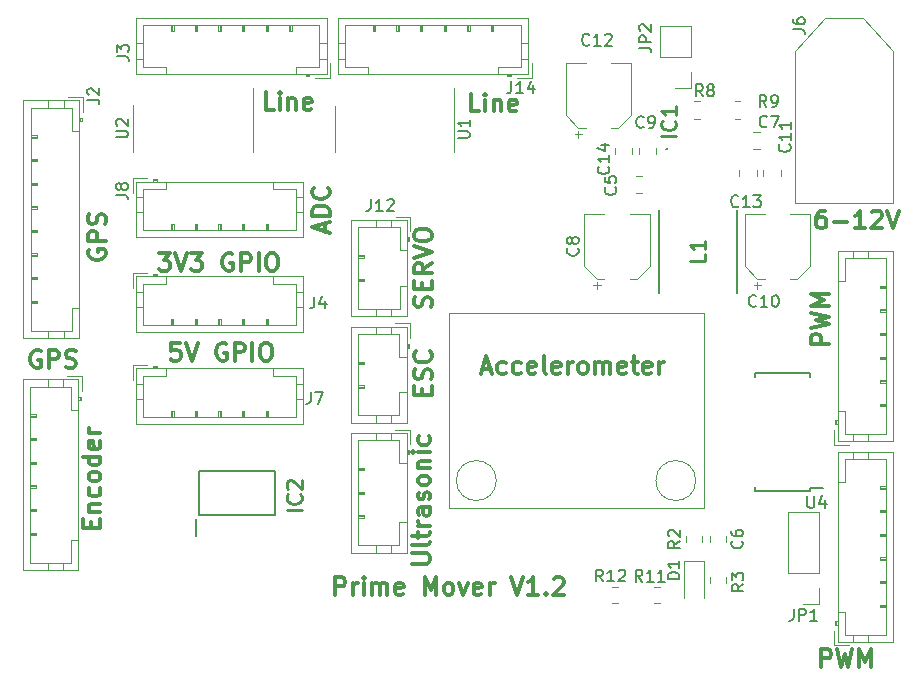
<source format=gbr>
G04 #@! TF.GenerationSoftware,KiCad,Pcbnew,(6.0.1)*
G04 #@! TF.CreationDate,2022-01-26T09:26:30-08:00*
G04 #@! TF.ProjectId,Prime Mover,5072696d-6520-44d6-9f76-65722e6b6963,rev?*
G04 #@! TF.SameCoordinates,Original*
G04 #@! TF.FileFunction,Legend,Top*
G04 #@! TF.FilePolarity,Positive*
%FSLAX46Y46*%
G04 Gerber Fmt 4.6, Leading zero omitted, Abs format (unit mm)*
G04 Created by KiCad (PCBNEW (6.0.1)) date 2022-01-26 09:26:30*
%MOMM*%
%LPD*%
G01*
G04 APERTURE LIST*
%ADD10C,0.300000*%
%ADD11C,0.150000*%
%ADD12C,0.254000*%
%ADD13C,0.120000*%
%ADD14C,0.200000*%
G04 APERTURE END LIST*
D10*
X68042857Y-55558571D02*
X68042857Y-54058571D01*
X68614285Y-54058571D01*
X68757142Y-54130000D01*
X68828571Y-54201428D01*
X68900000Y-54344285D01*
X68900000Y-54558571D01*
X68828571Y-54701428D01*
X68757142Y-54772857D01*
X68614285Y-54844285D01*
X68042857Y-54844285D01*
X69400000Y-54058571D02*
X69757142Y-55558571D01*
X70042857Y-54487142D01*
X70328571Y-55558571D01*
X70685714Y-54058571D01*
X71257142Y-55558571D02*
X71257142Y-54058571D01*
X71757142Y-55130000D01*
X72257142Y-54058571D01*
X72257142Y-55558571D01*
X68345714Y-16918571D02*
X68060000Y-16918571D01*
X67917142Y-16990000D01*
X67845714Y-17061428D01*
X67702857Y-17275714D01*
X67631428Y-17561428D01*
X67631428Y-18132857D01*
X67702857Y-18275714D01*
X67774285Y-18347142D01*
X67917142Y-18418571D01*
X68202857Y-18418571D01*
X68345714Y-18347142D01*
X68417142Y-18275714D01*
X68488571Y-18132857D01*
X68488571Y-17775714D01*
X68417142Y-17632857D01*
X68345714Y-17561428D01*
X68202857Y-17490000D01*
X67917142Y-17490000D01*
X67774285Y-17561428D01*
X67702857Y-17632857D01*
X67631428Y-17775714D01*
X69131428Y-17847142D02*
X70274285Y-17847142D01*
X71774285Y-18418571D02*
X70917142Y-18418571D01*
X71345714Y-18418571D02*
X71345714Y-16918571D01*
X71202857Y-17132857D01*
X71060000Y-17275714D01*
X70917142Y-17347142D01*
X72345714Y-17061428D02*
X72417142Y-16990000D01*
X72560000Y-16918571D01*
X72917142Y-16918571D01*
X73060000Y-16990000D01*
X73131428Y-17061428D01*
X73202857Y-17204285D01*
X73202857Y-17347142D01*
X73131428Y-17561428D01*
X72274285Y-18418571D01*
X73202857Y-18418571D01*
X73631428Y-16918571D02*
X74131428Y-18418571D01*
X74631428Y-16918571D01*
X39095714Y-8528571D02*
X38381428Y-8528571D01*
X38381428Y-7028571D01*
X39595714Y-8528571D02*
X39595714Y-7528571D01*
X39595714Y-7028571D02*
X39524285Y-7100000D01*
X39595714Y-7171428D01*
X39667142Y-7100000D01*
X39595714Y-7028571D01*
X39595714Y-7171428D01*
X40310000Y-7528571D02*
X40310000Y-8528571D01*
X40310000Y-7671428D02*
X40381428Y-7600000D01*
X40524285Y-7528571D01*
X40738571Y-7528571D01*
X40881428Y-7600000D01*
X40952857Y-7742857D01*
X40952857Y-8528571D01*
X42238571Y-8457142D02*
X42095714Y-8528571D01*
X41810000Y-8528571D01*
X41667142Y-8457142D01*
X41595714Y-8314285D01*
X41595714Y-7742857D01*
X41667142Y-7600000D01*
X41810000Y-7528571D01*
X42095714Y-7528571D01*
X42238571Y-7600000D01*
X42310000Y-7742857D01*
X42310000Y-7885714D01*
X41595714Y-8028571D01*
X21725714Y-8408571D02*
X21011428Y-8408571D01*
X21011428Y-6908571D01*
X22225714Y-8408571D02*
X22225714Y-7408571D01*
X22225714Y-6908571D02*
X22154285Y-6980000D01*
X22225714Y-7051428D01*
X22297142Y-6980000D01*
X22225714Y-6908571D01*
X22225714Y-7051428D01*
X22940000Y-7408571D02*
X22940000Y-8408571D01*
X22940000Y-7551428D02*
X23011428Y-7480000D01*
X23154285Y-7408571D01*
X23368571Y-7408571D01*
X23511428Y-7480000D01*
X23582857Y-7622857D01*
X23582857Y-8408571D01*
X24868571Y-8337142D02*
X24725714Y-8408571D01*
X24440000Y-8408571D01*
X24297142Y-8337142D01*
X24225714Y-8194285D01*
X24225714Y-7622857D01*
X24297142Y-7480000D01*
X24440000Y-7408571D01*
X24725714Y-7408571D01*
X24868571Y-7480000D01*
X24940000Y-7622857D01*
X24940000Y-7765714D01*
X24225714Y-7908571D01*
X6050000Y-20221428D02*
X5978571Y-20364285D01*
X5978571Y-20578571D01*
X6050000Y-20792857D01*
X6192857Y-20935714D01*
X6335714Y-21007142D01*
X6621428Y-21078571D01*
X6835714Y-21078571D01*
X7121428Y-21007142D01*
X7264285Y-20935714D01*
X7407142Y-20792857D01*
X7478571Y-20578571D01*
X7478571Y-20435714D01*
X7407142Y-20221428D01*
X7335714Y-20150000D01*
X6835714Y-20150000D01*
X6835714Y-20435714D01*
X7478571Y-19507142D02*
X5978571Y-19507142D01*
X5978571Y-18935714D01*
X6050000Y-18792857D01*
X6121428Y-18721428D01*
X6264285Y-18650000D01*
X6478571Y-18650000D01*
X6621428Y-18721428D01*
X6692857Y-18792857D01*
X6764285Y-18935714D01*
X6764285Y-19507142D01*
X7407142Y-18078571D02*
X7478571Y-17864285D01*
X7478571Y-17507142D01*
X7407142Y-17364285D01*
X7335714Y-17292857D01*
X7192857Y-17221428D01*
X7050000Y-17221428D01*
X6907142Y-17292857D01*
X6835714Y-17364285D01*
X6764285Y-17507142D01*
X6692857Y-17792857D01*
X6621428Y-17935714D01*
X6550000Y-18007142D01*
X6407142Y-18078571D01*
X6264285Y-18078571D01*
X6121428Y-18007142D01*
X6050000Y-17935714D01*
X5978571Y-17792857D01*
X5978571Y-17435714D01*
X6050000Y-17221428D01*
X26000000Y-18707142D02*
X26000000Y-17992857D01*
X26428571Y-18850000D02*
X24928571Y-18350000D01*
X26428571Y-17850000D01*
X26428571Y-17350000D02*
X24928571Y-17350000D01*
X24928571Y-16992857D01*
X25000000Y-16778571D01*
X25142857Y-16635714D01*
X25285714Y-16564285D01*
X25571428Y-16492857D01*
X25785714Y-16492857D01*
X26071428Y-16564285D01*
X26214285Y-16635714D01*
X26357142Y-16778571D01*
X26428571Y-16992857D01*
X26428571Y-17350000D01*
X26285714Y-14992857D02*
X26357142Y-15064285D01*
X26428571Y-15278571D01*
X26428571Y-15421428D01*
X26357142Y-15635714D01*
X26214285Y-15778571D01*
X26071428Y-15850000D01*
X25785714Y-15921428D01*
X25571428Y-15921428D01*
X25285714Y-15850000D01*
X25142857Y-15778571D01*
X25000000Y-15635714D01*
X24928571Y-15421428D01*
X24928571Y-15278571D01*
X25000000Y-15064285D01*
X25071428Y-14992857D01*
X11978571Y-20528571D02*
X12907142Y-20528571D01*
X12407142Y-21100000D01*
X12621428Y-21100000D01*
X12764285Y-21171428D01*
X12835714Y-21242857D01*
X12907142Y-21385714D01*
X12907142Y-21742857D01*
X12835714Y-21885714D01*
X12764285Y-21957142D01*
X12621428Y-22028571D01*
X12192857Y-22028571D01*
X12050000Y-21957142D01*
X11978571Y-21885714D01*
X13335714Y-20528571D02*
X13835714Y-22028571D01*
X14335714Y-20528571D01*
X14692857Y-20528571D02*
X15621428Y-20528571D01*
X15121428Y-21100000D01*
X15335714Y-21100000D01*
X15478571Y-21171428D01*
X15550000Y-21242857D01*
X15621428Y-21385714D01*
X15621428Y-21742857D01*
X15550000Y-21885714D01*
X15478571Y-21957142D01*
X15335714Y-22028571D01*
X14907142Y-22028571D01*
X14764285Y-21957142D01*
X14692857Y-21885714D01*
X18192857Y-20600000D02*
X18050000Y-20528571D01*
X17835714Y-20528571D01*
X17621428Y-20600000D01*
X17478571Y-20742857D01*
X17407142Y-20885714D01*
X17335714Y-21171428D01*
X17335714Y-21385714D01*
X17407142Y-21671428D01*
X17478571Y-21814285D01*
X17621428Y-21957142D01*
X17835714Y-22028571D01*
X17978571Y-22028571D01*
X18192857Y-21957142D01*
X18264285Y-21885714D01*
X18264285Y-21385714D01*
X17978571Y-21385714D01*
X18907142Y-22028571D02*
X18907142Y-20528571D01*
X19478571Y-20528571D01*
X19621428Y-20600000D01*
X19692857Y-20671428D01*
X19764285Y-20814285D01*
X19764285Y-21028571D01*
X19692857Y-21171428D01*
X19621428Y-21242857D01*
X19478571Y-21314285D01*
X18907142Y-21314285D01*
X20407142Y-22028571D02*
X20407142Y-20528571D01*
X21407142Y-20528571D02*
X21692857Y-20528571D01*
X21835714Y-20600000D01*
X21978571Y-20742857D01*
X22050000Y-21028571D01*
X22050000Y-21528571D01*
X21978571Y-21814285D01*
X21835714Y-21957142D01*
X21692857Y-22028571D01*
X21407142Y-22028571D01*
X21264285Y-21957142D01*
X21121428Y-21814285D01*
X21050000Y-21528571D01*
X21050000Y-21028571D01*
X21121428Y-20742857D01*
X21264285Y-20600000D01*
X21407142Y-20528571D01*
X34997142Y-25085714D02*
X35068571Y-24871428D01*
X35068571Y-24514285D01*
X34997142Y-24371428D01*
X34925714Y-24300000D01*
X34782857Y-24228571D01*
X34640000Y-24228571D01*
X34497142Y-24300000D01*
X34425714Y-24371428D01*
X34354285Y-24514285D01*
X34282857Y-24800000D01*
X34211428Y-24942857D01*
X34140000Y-25014285D01*
X33997142Y-25085714D01*
X33854285Y-25085714D01*
X33711428Y-25014285D01*
X33640000Y-24942857D01*
X33568571Y-24800000D01*
X33568571Y-24442857D01*
X33640000Y-24228571D01*
X34282857Y-23585714D02*
X34282857Y-23085714D01*
X35068571Y-22871428D02*
X35068571Y-23585714D01*
X33568571Y-23585714D01*
X33568571Y-22871428D01*
X35068571Y-21371428D02*
X34354285Y-21871428D01*
X35068571Y-22228571D02*
X33568571Y-22228571D01*
X33568571Y-21657142D01*
X33640000Y-21514285D01*
X33711428Y-21442857D01*
X33854285Y-21371428D01*
X34068571Y-21371428D01*
X34211428Y-21442857D01*
X34282857Y-21514285D01*
X34354285Y-21657142D01*
X34354285Y-22228571D01*
X33568571Y-20942857D02*
X35068571Y-20442857D01*
X33568571Y-19942857D01*
X33568571Y-19157142D02*
X33568571Y-18871428D01*
X33640000Y-18728571D01*
X33782857Y-18585714D01*
X34068571Y-18514285D01*
X34568571Y-18514285D01*
X34854285Y-18585714D01*
X34997142Y-18728571D01*
X35068571Y-18871428D01*
X35068571Y-19157142D01*
X34997142Y-19300000D01*
X34854285Y-19442857D01*
X34568571Y-19514285D01*
X34068571Y-19514285D01*
X33782857Y-19442857D01*
X33640000Y-19300000D01*
X33568571Y-19157142D01*
X33420571Y-46810142D02*
X34634857Y-46810142D01*
X34777714Y-46738714D01*
X34849142Y-46667285D01*
X34920571Y-46524428D01*
X34920571Y-46238714D01*
X34849142Y-46095857D01*
X34777714Y-46024428D01*
X34634857Y-45953000D01*
X33420571Y-45953000D01*
X34920571Y-45024428D02*
X34849142Y-45167285D01*
X34706285Y-45238714D01*
X33420571Y-45238714D01*
X33920571Y-44667285D02*
X33920571Y-44095857D01*
X33420571Y-44453000D02*
X34706285Y-44453000D01*
X34849142Y-44381571D01*
X34920571Y-44238714D01*
X34920571Y-44095857D01*
X34920571Y-43595857D02*
X33920571Y-43595857D01*
X34206285Y-43595857D02*
X34063428Y-43524428D01*
X33992000Y-43453000D01*
X33920571Y-43310142D01*
X33920571Y-43167285D01*
X34920571Y-42024428D02*
X34134857Y-42024428D01*
X33992000Y-42095857D01*
X33920571Y-42238714D01*
X33920571Y-42524428D01*
X33992000Y-42667285D01*
X34849142Y-42024428D02*
X34920571Y-42167285D01*
X34920571Y-42524428D01*
X34849142Y-42667285D01*
X34706285Y-42738714D01*
X34563428Y-42738714D01*
X34420571Y-42667285D01*
X34349142Y-42524428D01*
X34349142Y-42167285D01*
X34277714Y-42024428D01*
X34849142Y-41381571D02*
X34920571Y-41238714D01*
X34920571Y-40953000D01*
X34849142Y-40810142D01*
X34706285Y-40738714D01*
X34634857Y-40738714D01*
X34492000Y-40810142D01*
X34420571Y-40953000D01*
X34420571Y-41167285D01*
X34349142Y-41310142D01*
X34206285Y-41381571D01*
X34134857Y-41381571D01*
X33992000Y-41310142D01*
X33920571Y-41167285D01*
X33920571Y-40953000D01*
X33992000Y-40810142D01*
X34920571Y-39881571D02*
X34849142Y-40024428D01*
X34777714Y-40095857D01*
X34634857Y-40167285D01*
X34206285Y-40167285D01*
X34063428Y-40095857D01*
X33992000Y-40024428D01*
X33920571Y-39881571D01*
X33920571Y-39667285D01*
X33992000Y-39524428D01*
X34063428Y-39453000D01*
X34206285Y-39381571D01*
X34634857Y-39381571D01*
X34777714Y-39453000D01*
X34849142Y-39524428D01*
X34920571Y-39667285D01*
X34920571Y-39881571D01*
X33920571Y-38738714D02*
X34920571Y-38738714D01*
X34063428Y-38738714D02*
X33992000Y-38667285D01*
X33920571Y-38524428D01*
X33920571Y-38310142D01*
X33992000Y-38167285D01*
X34134857Y-38095857D01*
X34920571Y-38095857D01*
X34920571Y-37381571D02*
X33920571Y-37381571D01*
X33420571Y-37381571D02*
X33492000Y-37453000D01*
X33563428Y-37381571D01*
X33492000Y-37310142D01*
X33420571Y-37381571D01*
X33563428Y-37381571D01*
X34849142Y-36024428D02*
X34920571Y-36167285D01*
X34920571Y-36453000D01*
X34849142Y-36595857D01*
X34777714Y-36667285D01*
X34634857Y-36738714D01*
X34206285Y-36738714D01*
X34063428Y-36667285D01*
X33992000Y-36595857D01*
X33920571Y-36453000D01*
X33920571Y-36167285D01*
X33992000Y-36024428D01*
X1948571Y-28800000D02*
X1805714Y-28728571D01*
X1591428Y-28728571D01*
X1377142Y-28800000D01*
X1234285Y-28942857D01*
X1162857Y-29085714D01*
X1091428Y-29371428D01*
X1091428Y-29585714D01*
X1162857Y-29871428D01*
X1234285Y-30014285D01*
X1377142Y-30157142D01*
X1591428Y-30228571D01*
X1734285Y-30228571D01*
X1948571Y-30157142D01*
X2019999Y-30085714D01*
X2019999Y-29585714D01*
X1734285Y-29585714D01*
X2662857Y-30228571D02*
X2662857Y-28728571D01*
X3234285Y-28728571D01*
X3377142Y-28800000D01*
X3448571Y-28871428D01*
X3519999Y-29014285D01*
X3519999Y-29228571D01*
X3448571Y-29371428D01*
X3377142Y-29442857D01*
X3234285Y-29514285D01*
X2662857Y-29514285D01*
X4091428Y-30157142D02*
X4305714Y-30228571D01*
X4662857Y-30228571D01*
X4805714Y-30157142D01*
X4877142Y-30085714D01*
X4948571Y-29942857D01*
X4948571Y-29800000D01*
X4877142Y-29657142D01*
X4805714Y-29585714D01*
X4662857Y-29514285D01*
X4377142Y-29442857D01*
X4234285Y-29371428D01*
X4162857Y-29300000D01*
X4091428Y-29157142D01*
X4091428Y-29014285D01*
X4162857Y-28871428D01*
X4234285Y-28800000D01*
X4377142Y-28728571D01*
X4734285Y-28728571D01*
X4948571Y-28800000D01*
X13750000Y-28128571D02*
X13035714Y-28128571D01*
X12964285Y-28842857D01*
X13035714Y-28771428D01*
X13178571Y-28700000D01*
X13535714Y-28700000D01*
X13678571Y-28771428D01*
X13750000Y-28842857D01*
X13821428Y-28985714D01*
X13821428Y-29342857D01*
X13750000Y-29485714D01*
X13678571Y-29557142D01*
X13535714Y-29628571D01*
X13178571Y-29628571D01*
X13035714Y-29557142D01*
X12964285Y-29485714D01*
X14250000Y-28128571D02*
X14750000Y-29628571D01*
X15250000Y-28128571D01*
X17678571Y-28200000D02*
X17535714Y-28128571D01*
X17321428Y-28128571D01*
X17107142Y-28200000D01*
X16964285Y-28342857D01*
X16892857Y-28485714D01*
X16821428Y-28771428D01*
X16821428Y-28985714D01*
X16892857Y-29271428D01*
X16964285Y-29414285D01*
X17107142Y-29557142D01*
X17321428Y-29628571D01*
X17464285Y-29628571D01*
X17678571Y-29557142D01*
X17750000Y-29485714D01*
X17750000Y-28985714D01*
X17464285Y-28985714D01*
X18392857Y-29628571D02*
X18392857Y-28128571D01*
X18964285Y-28128571D01*
X19107142Y-28200000D01*
X19178571Y-28271428D01*
X19250000Y-28414285D01*
X19250000Y-28628571D01*
X19178571Y-28771428D01*
X19107142Y-28842857D01*
X18964285Y-28914285D01*
X18392857Y-28914285D01*
X19892857Y-29628571D02*
X19892857Y-28128571D01*
X20892857Y-28128571D02*
X21178571Y-28128571D01*
X21321428Y-28200000D01*
X21464285Y-28342857D01*
X21535714Y-28628571D01*
X21535714Y-29128571D01*
X21464285Y-29414285D01*
X21321428Y-29557142D01*
X21178571Y-29628571D01*
X20892857Y-29628571D01*
X20750000Y-29557142D01*
X20607142Y-29414285D01*
X20535714Y-29128571D01*
X20535714Y-28628571D01*
X20607142Y-28342857D01*
X20750000Y-28200000D01*
X20892857Y-28128571D01*
X68718571Y-28207142D02*
X67218571Y-28207142D01*
X67218571Y-27635714D01*
X67290000Y-27492857D01*
X67361428Y-27421428D01*
X67504285Y-27350000D01*
X67718571Y-27350000D01*
X67861428Y-27421428D01*
X67932857Y-27492857D01*
X68004285Y-27635714D01*
X68004285Y-28207142D01*
X67218571Y-26850000D02*
X68718571Y-26492857D01*
X67647142Y-26207142D01*
X68718571Y-25921428D01*
X67218571Y-25564285D01*
X68718571Y-24992857D02*
X67218571Y-24992857D01*
X68290000Y-24492857D01*
X67218571Y-23992857D01*
X68718571Y-23992857D01*
X6232857Y-43757142D02*
X6232857Y-43257142D01*
X7018571Y-43042857D02*
X7018571Y-43757142D01*
X5518571Y-43757142D01*
X5518571Y-43042857D01*
X6018571Y-42400000D02*
X7018571Y-42400000D01*
X6161428Y-42400000D02*
X6090000Y-42328571D01*
X6018571Y-42185714D01*
X6018571Y-41971428D01*
X6090000Y-41828571D01*
X6232857Y-41757142D01*
X7018571Y-41757142D01*
X6947142Y-40400000D02*
X7018571Y-40542857D01*
X7018571Y-40828571D01*
X6947142Y-40971428D01*
X6875714Y-41042857D01*
X6732857Y-41114285D01*
X6304285Y-41114285D01*
X6161428Y-41042857D01*
X6090000Y-40971428D01*
X6018571Y-40828571D01*
X6018571Y-40542857D01*
X6090000Y-40400000D01*
X7018571Y-39542857D02*
X6947142Y-39685714D01*
X6875714Y-39757142D01*
X6732857Y-39828571D01*
X6304285Y-39828571D01*
X6161428Y-39757142D01*
X6090000Y-39685714D01*
X6018571Y-39542857D01*
X6018571Y-39328571D01*
X6090000Y-39185714D01*
X6161428Y-39114285D01*
X6304285Y-39042857D01*
X6732857Y-39042857D01*
X6875714Y-39114285D01*
X6947142Y-39185714D01*
X7018571Y-39328571D01*
X7018571Y-39542857D01*
X7018571Y-37757142D02*
X5518571Y-37757142D01*
X6947142Y-37757142D02*
X7018571Y-37900000D01*
X7018571Y-38185714D01*
X6947142Y-38328571D01*
X6875714Y-38400000D01*
X6732857Y-38471428D01*
X6304285Y-38471428D01*
X6161428Y-38400000D01*
X6090000Y-38328571D01*
X6018571Y-38185714D01*
X6018571Y-37900000D01*
X6090000Y-37757142D01*
X6947142Y-36471428D02*
X7018571Y-36614285D01*
X7018571Y-36900000D01*
X6947142Y-37042857D01*
X6804285Y-37114285D01*
X6232857Y-37114285D01*
X6090000Y-37042857D01*
X6018571Y-36900000D01*
X6018571Y-36614285D01*
X6090000Y-36471428D01*
X6232857Y-36400000D01*
X6375714Y-36400000D01*
X6518571Y-37114285D01*
X7018571Y-35757142D02*
X6018571Y-35757142D01*
X6304285Y-35757142D02*
X6161428Y-35685714D01*
X6090000Y-35614285D01*
X6018571Y-35471428D01*
X6018571Y-35328571D01*
X26897142Y-49458571D02*
X26897142Y-47958571D01*
X27468571Y-47958571D01*
X27611428Y-48030000D01*
X27682857Y-48101428D01*
X27754285Y-48244285D01*
X27754285Y-48458571D01*
X27682857Y-48601428D01*
X27611428Y-48672857D01*
X27468571Y-48744285D01*
X26897142Y-48744285D01*
X28397142Y-49458571D02*
X28397142Y-48458571D01*
X28397142Y-48744285D02*
X28468571Y-48601428D01*
X28540000Y-48530000D01*
X28682857Y-48458571D01*
X28825714Y-48458571D01*
X29325714Y-49458571D02*
X29325714Y-48458571D01*
X29325714Y-47958571D02*
X29254285Y-48030000D01*
X29325714Y-48101428D01*
X29397142Y-48030000D01*
X29325714Y-47958571D01*
X29325714Y-48101428D01*
X30040000Y-49458571D02*
X30040000Y-48458571D01*
X30040000Y-48601428D02*
X30111428Y-48530000D01*
X30254285Y-48458571D01*
X30468571Y-48458571D01*
X30611428Y-48530000D01*
X30682857Y-48672857D01*
X30682857Y-49458571D01*
X30682857Y-48672857D02*
X30754285Y-48530000D01*
X30897142Y-48458571D01*
X31111428Y-48458571D01*
X31254285Y-48530000D01*
X31325714Y-48672857D01*
X31325714Y-49458571D01*
X32611428Y-49387142D02*
X32468571Y-49458571D01*
X32182857Y-49458571D01*
X32040000Y-49387142D01*
X31968571Y-49244285D01*
X31968571Y-48672857D01*
X32040000Y-48530000D01*
X32182857Y-48458571D01*
X32468571Y-48458571D01*
X32611428Y-48530000D01*
X32682857Y-48672857D01*
X32682857Y-48815714D01*
X31968571Y-48958571D01*
X34468571Y-49458571D02*
X34468571Y-47958571D01*
X34968571Y-49030000D01*
X35468571Y-47958571D01*
X35468571Y-49458571D01*
X36397142Y-49458571D02*
X36254285Y-49387142D01*
X36182857Y-49315714D01*
X36111428Y-49172857D01*
X36111428Y-48744285D01*
X36182857Y-48601428D01*
X36254285Y-48530000D01*
X36397142Y-48458571D01*
X36611428Y-48458571D01*
X36754285Y-48530000D01*
X36825714Y-48601428D01*
X36897142Y-48744285D01*
X36897142Y-49172857D01*
X36825714Y-49315714D01*
X36754285Y-49387142D01*
X36611428Y-49458571D01*
X36397142Y-49458571D01*
X37397142Y-48458571D02*
X37754285Y-49458571D01*
X38111428Y-48458571D01*
X39254285Y-49387142D02*
X39111428Y-49458571D01*
X38825714Y-49458571D01*
X38682857Y-49387142D01*
X38611428Y-49244285D01*
X38611428Y-48672857D01*
X38682857Y-48530000D01*
X38825714Y-48458571D01*
X39111428Y-48458571D01*
X39254285Y-48530000D01*
X39325714Y-48672857D01*
X39325714Y-48815714D01*
X38611428Y-48958571D01*
X39968571Y-49458571D02*
X39968571Y-48458571D01*
X39968571Y-48744285D02*
X40040000Y-48601428D01*
X40111428Y-48530000D01*
X40254285Y-48458571D01*
X40397142Y-48458571D01*
X41825714Y-47958571D02*
X42325714Y-49458571D01*
X42825714Y-47958571D01*
X44111428Y-49458571D02*
X43254285Y-49458571D01*
X43682857Y-49458571D02*
X43682857Y-47958571D01*
X43540000Y-48172857D01*
X43397142Y-48315714D01*
X43254285Y-48387142D01*
X44754285Y-49315714D02*
X44825714Y-49387142D01*
X44754285Y-49458571D01*
X44682857Y-49387142D01*
X44754285Y-49315714D01*
X44754285Y-49458571D01*
X45397142Y-48101428D02*
X45468571Y-48030000D01*
X45611428Y-47958571D01*
X45968571Y-47958571D01*
X46111428Y-48030000D01*
X46182857Y-48101428D01*
X46254285Y-48244285D01*
X46254285Y-48387142D01*
X46182857Y-48601428D01*
X45325714Y-49458571D01*
X46254285Y-49458571D01*
X34282857Y-32495714D02*
X34282857Y-31995714D01*
X35068571Y-31781428D02*
X35068571Y-32495714D01*
X33568571Y-32495714D01*
X33568571Y-31781428D01*
X34997142Y-31210000D02*
X35068571Y-30995714D01*
X35068571Y-30638571D01*
X34997142Y-30495714D01*
X34925714Y-30424285D01*
X34782857Y-30352857D01*
X34640000Y-30352857D01*
X34497142Y-30424285D01*
X34425714Y-30495714D01*
X34354285Y-30638571D01*
X34282857Y-30924285D01*
X34211428Y-31067142D01*
X34140000Y-31138571D01*
X33997142Y-31210000D01*
X33854285Y-31210000D01*
X33711428Y-31138571D01*
X33640000Y-31067142D01*
X33568571Y-30924285D01*
X33568571Y-30567142D01*
X33640000Y-30352857D01*
X34925714Y-28852857D02*
X34997142Y-28924285D01*
X35068571Y-29138571D01*
X35068571Y-29281428D01*
X34997142Y-29495714D01*
X34854285Y-29638571D01*
X34711428Y-29710000D01*
X34425714Y-29781428D01*
X34211428Y-29781428D01*
X33925714Y-29710000D01*
X33782857Y-29638571D01*
X33640000Y-29495714D01*
X33568571Y-29281428D01*
X33568571Y-29138571D01*
X33640000Y-28924285D01*
X33711428Y-28852857D01*
X39347142Y-30300000D02*
X40061428Y-30300000D01*
X39204285Y-30728571D02*
X39704285Y-29228571D01*
X40204285Y-30728571D01*
X41347142Y-30657142D02*
X41204285Y-30728571D01*
X40918571Y-30728571D01*
X40775714Y-30657142D01*
X40704285Y-30585714D01*
X40632857Y-30442857D01*
X40632857Y-30014285D01*
X40704285Y-29871428D01*
X40775714Y-29800000D01*
X40918571Y-29728571D01*
X41204285Y-29728571D01*
X41347142Y-29800000D01*
X42632857Y-30657142D02*
X42490000Y-30728571D01*
X42204285Y-30728571D01*
X42061428Y-30657142D01*
X41990000Y-30585714D01*
X41918571Y-30442857D01*
X41918571Y-30014285D01*
X41990000Y-29871428D01*
X42061428Y-29800000D01*
X42204285Y-29728571D01*
X42490000Y-29728571D01*
X42632857Y-29800000D01*
X43847142Y-30657142D02*
X43704285Y-30728571D01*
X43418571Y-30728571D01*
X43275714Y-30657142D01*
X43204285Y-30514285D01*
X43204285Y-29942857D01*
X43275714Y-29800000D01*
X43418571Y-29728571D01*
X43704285Y-29728571D01*
X43847142Y-29800000D01*
X43918571Y-29942857D01*
X43918571Y-30085714D01*
X43204285Y-30228571D01*
X44775714Y-30728571D02*
X44632857Y-30657142D01*
X44561428Y-30514285D01*
X44561428Y-29228571D01*
X45918571Y-30657142D02*
X45775714Y-30728571D01*
X45490000Y-30728571D01*
X45347142Y-30657142D01*
X45275714Y-30514285D01*
X45275714Y-29942857D01*
X45347142Y-29800000D01*
X45490000Y-29728571D01*
X45775714Y-29728571D01*
X45918571Y-29800000D01*
X45990000Y-29942857D01*
X45990000Y-30085714D01*
X45275714Y-30228571D01*
X46632857Y-30728571D02*
X46632857Y-29728571D01*
X46632857Y-30014285D02*
X46704285Y-29871428D01*
X46775714Y-29800000D01*
X46918571Y-29728571D01*
X47061428Y-29728571D01*
X47775714Y-30728571D02*
X47632857Y-30657142D01*
X47561428Y-30585714D01*
X47490000Y-30442857D01*
X47490000Y-30014285D01*
X47561428Y-29871428D01*
X47632857Y-29800000D01*
X47775714Y-29728571D01*
X47990000Y-29728571D01*
X48132857Y-29800000D01*
X48204285Y-29871428D01*
X48275714Y-30014285D01*
X48275714Y-30442857D01*
X48204285Y-30585714D01*
X48132857Y-30657142D01*
X47990000Y-30728571D01*
X47775714Y-30728571D01*
X48918571Y-30728571D02*
X48918571Y-29728571D01*
X48918571Y-29871428D02*
X48990000Y-29800000D01*
X49132857Y-29728571D01*
X49347142Y-29728571D01*
X49490000Y-29800000D01*
X49561428Y-29942857D01*
X49561428Y-30728571D01*
X49561428Y-29942857D02*
X49632857Y-29800000D01*
X49775714Y-29728571D01*
X49990000Y-29728571D01*
X50132857Y-29800000D01*
X50204285Y-29942857D01*
X50204285Y-30728571D01*
X51490000Y-30657142D02*
X51347142Y-30728571D01*
X51061428Y-30728571D01*
X50918571Y-30657142D01*
X50847142Y-30514285D01*
X50847142Y-29942857D01*
X50918571Y-29800000D01*
X51061428Y-29728571D01*
X51347142Y-29728571D01*
X51490000Y-29800000D01*
X51561428Y-29942857D01*
X51561428Y-30085714D01*
X50847142Y-30228571D01*
X51990000Y-29728571D02*
X52561428Y-29728571D01*
X52204285Y-29228571D02*
X52204285Y-30514285D01*
X52275714Y-30657142D01*
X52418571Y-30728571D01*
X52561428Y-30728571D01*
X53632857Y-30657142D02*
X53490000Y-30728571D01*
X53204285Y-30728571D01*
X53061428Y-30657142D01*
X52990000Y-30514285D01*
X52990000Y-29942857D01*
X53061428Y-29800000D01*
X53204285Y-29728571D01*
X53490000Y-29728571D01*
X53632857Y-29800000D01*
X53704285Y-29942857D01*
X53704285Y-30085714D01*
X52990000Y-30228571D01*
X54347142Y-30728571D02*
X54347142Y-29728571D01*
X54347142Y-30014285D02*
X54418571Y-29871428D01*
X54490000Y-29800000D01*
X54632857Y-29728571D01*
X54775714Y-29728571D01*
D11*
X25116666Y-24202380D02*
X25116666Y-24916666D01*
X25069047Y-25059523D01*
X24973809Y-25154761D01*
X24830952Y-25202380D01*
X24735714Y-25202380D01*
X26021428Y-24535714D02*
X26021428Y-25202380D01*
X25783333Y-24154761D02*
X25545238Y-24869047D01*
X26164285Y-24869047D01*
X56042380Y-48118095D02*
X55042380Y-48118095D01*
X55042380Y-47880000D01*
X55090000Y-47737142D01*
X55185238Y-47641904D01*
X55280476Y-47594285D01*
X55470952Y-47546666D01*
X55613809Y-47546666D01*
X55804285Y-47594285D01*
X55899523Y-47641904D01*
X55994761Y-47737142D01*
X56042380Y-47880000D01*
X56042380Y-48118095D01*
X56042380Y-46594285D02*
X56042380Y-47165714D01*
X56042380Y-46880000D02*
X55042380Y-46880000D01*
X55185238Y-46975238D01*
X55280476Y-47070476D01*
X55328095Y-47165714D01*
X5922380Y-7543333D02*
X6636666Y-7543333D01*
X6779523Y-7590952D01*
X6874761Y-7686190D01*
X6922380Y-7829047D01*
X6922380Y-7924285D01*
X6017619Y-7114761D02*
X5970000Y-7067142D01*
X5922380Y-6971904D01*
X5922380Y-6733809D01*
X5970000Y-6638571D01*
X6017619Y-6590952D01*
X6112857Y-6543333D01*
X6208095Y-6543333D01*
X6350952Y-6590952D01*
X6922380Y-7162380D01*
X6922380Y-6543333D01*
X56092380Y-44896666D02*
X55616190Y-45230000D01*
X56092380Y-45468095D02*
X55092380Y-45468095D01*
X55092380Y-45087142D01*
X55140000Y-44991904D01*
X55187619Y-44944285D01*
X55282857Y-44896666D01*
X55425714Y-44896666D01*
X55520952Y-44944285D01*
X55568571Y-44991904D01*
X55616190Y-45087142D01*
X55616190Y-45468095D01*
X55187619Y-44515714D02*
X55140000Y-44468095D01*
X55092380Y-44372857D01*
X55092380Y-44134761D01*
X55140000Y-44039523D01*
X55187619Y-43991904D01*
X55282857Y-43944285D01*
X55378095Y-43944285D01*
X55520952Y-43991904D01*
X56092380Y-44563333D01*
X56092380Y-43944285D01*
X61462380Y-48546666D02*
X60986190Y-48880000D01*
X61462380Y-49118095D02*
X60462380Y-49118095D01*
X60462380Y-48737142D01*
X60510000Y-48641904D01*
X60557619Y-48594285D01*
X60652857Y-48546666D01*
X60795714Y-48546666D01*
X60890952Y-48594285D01*
X60938571Y-48641904D01*
X60986190Y-48737142D01*
X60986190Y-49118095D01*
X60462380Y-48213333D02*
X60462380Y-47594285D01*
X60843333Y-47927619D01*
X60843333Y-47784761D01*
X60890952Y-47689523D01*
X60938571Y-47641904D01*
X61033809Y-47594285D01*
X61271904Y-47594285D01*
X61367142Y-47641904D01*
X61414761Y-47689523D01*
X61462380Y-47784761D01*
X61462380Y-48070476D01*
X61414761Y-48165714D01*
X61367142Y-48213333D01*
X66884095Y-41082380D02*
X66884095Y-41891904D01*
X66931714Y-41987142D01*
X66979333Y-42034761D01*
X67074571Y-42082380D01*
X67265047Y-42082380D01*
X67360285Y-42034761D01*
X67407904Y-41987142D01*
X67455523Y-41891904D01*
X67455523Y-41082380D01*
X68360285Y-41415714D02*
X68360285Y-42082380D01*
X68122190Y-41034761D02*
X67884095Y-41749047D01*
X68503142Y-41749047D01*
X61317142Y-44896666D02*
X61364761Y-44944285D01*
X61412380Y-45087142D01*
X61412380Y-45182380D01*
X61364761Y-45325238D01*
X61269523Y-45420476D01*
X61174285Y-45468095D01*
X60983809Y-45515714D01*
X60840952Y-45515714D01*
X60650476Y-45468095D01*
X60555238Y-45420476D01*
X60460000Y-45325238D01*
X60412380Y-45182380D01*
X60412380Y-45087142D01*
X60460000Y-44944285D01*
X60507619Y-44896666D01*
X60412380Y-44039523D02*
X60412380Y-44230000D01*
X60460000Y-44325238D01*
X60507619Y-44372857D01*
X60650476Y-44468095D01*
X60840952Y-44515714D01*
X61221904Y-44515714D01*
X61317142Y-44468095D01*
X61364761Y-44420476D01*
X61412380Y-44325238D01*
X61412380Y-44134761D01*
X61364761Y-44039523D01*
X61317142Y-43991904D01*
X61221904Y-43944285D01*
X60983809Y-43944285D01*
X60888571Y-43991904D01*
X60840952Y-44039523D01*
X60793333Y-44134761D01*
X60793333Y-44325238D01*
X60840952Y-44420476D01*
X60888571Y-44468095D01*
X60983809Y-44515714D01*
X29920476Y-15962380D02*
X29920476Y-16676666D01*
X29872857Y-16819523D01*
X29777619Y-16914761D01*
X29634761Y-16962380D01*
X29539523Y-16962380D01*
X30920476Y-16962380D02*
X30349047Y-16962380D01*
X30634761Y-16962380D02*
X30634761Y-15962380D01*
X30539523Y-16105238D01*
X30444285Y-16200476D01*
X30349047Y-16248095D01*
X31301428Y-16057619D02*
X31349047Y-16010000D01*
X31444285Y-15962380D01*
X31682380Y-15962380D01*
X31777619Y-16010000D01*
X31825238Y-16057619D01*
X31872857Y-16152857D01*
X31872857Y-16248095D01*
X31825238Y-16390952D01*
X31253809Y-16962380D01*
X31872857Y-16962380D01*
X52907142Y-48332380D02*
X52573809Y-47856190D01*
X52335714Y-48332380D02*
X52335714Y-47332380D01*
X52716666Y-47332380D01*
X52811904Y-47380000D01*
X52859523Y-47427619D01*
X52907142Y-47522857D01*
X52907142Y-47665714D01*
X52859523Y-47760952D01*
X52811904Y-47808571D01*
X52716666Y-47856190D01*
X52335714Y-47856190D01*
X53859523Y-48332380D02*
X53288095Y-48332380D01*
X53573809Y-48332380D02*
X53573809Y-47332380D01*
X53478571Y-47475238D01*
X53383333Y-47570476D01*
X53288095Y-47618095D01*
X54811904Y-48332380D02*
X54240476Y-48332380D01*
X54526190Y-48332380D02*
X54526190Y-47332380D01*
X54430952Y-47475238D01*
X54335714Y-47570476D01*
X54240476Y-47618095D01*
X49567142Y-48322380D02*
X49233809Y-47846190D01*
X48995714Y-48322380D02*
X48995714Y-47322380D01*
X49376666Y-47322380D01*
X49471904Y-47370000D01*
X49519523Y-47417619D01*
X49567142Y-47512857D01*
X49567142Y-47655714D01*
X49519523Y-47750952D01*
X49471904Y-47798571D01*
X49376666Y-47846190D01*
X48995714Y-47846190D01*
X50519523Y-48322380D02*
X49948095Y-48322380D01*
X50233809Y-48322380D02*
X50233809Y-47322380D01*
X50138571Y-47465238D01*
X50043333Y-47560476D01*
X49948095Y-47608095D01*
X50900476Y-47417619D02*
X50948095Y-47370000D01*
X51043333Y-47322380D01*
X51281428Y-47322380D01*
X51376666Y-47370000D01*
X51424285Y-47417619D01*
X51471904Y-47512857D01*
X51471904Y-47608095D01*
X51424285Y-47750952D01*
X50852857Y-48322380D01*
X51471904Y-48322380D01*
X41820476Y-5972380D02*
X41820476Y-6686666D01*
X41772857Y-6829523D01*
X41677619Y-6924761D01*
X41534761Y-6972380D01*
X41439523Y-6972380D01*
X42820476Y-6972380D02*
X42249047Y-6972380D01*
X42534761Y-6972380D02*
X42534761Y-5972380D01*
X42439523Y-6115238D01*
X42344285Y-6210476D01*
X42249047Y-6258095D01*
X43677619Y-6305714D02*
X43677619Y-6972380D01*
X43439523Y-5924761D02*
X43201428Y-6639047D01*
X43820476Y-6639047D01*
X50607142Y-14956666D02*
X50654761Y-15004285D01*
X50702380Y-15147142D01*
X50702380Y-15242380D01*
X50654761Y-15385238D01*
X50559523Y-15480476D01*
X50464285Y-15528095D01*
X50273809Y-15575714D01*
X50130952Y-15575714D01*
X49940476Y-15528095D01*
X49845238Y-15480476D01*
X49750000Y-15385238D01*
X49702380Y-15242380D01*
X49702380Y-15147142D01*
X49750000Y-15004285D01*
X49797619Y-14956666D01*
X49702380Y-14051904D02*
X49702380Y-14528095D01*
X50178571Y-14575714D01*
X50130952Y-14528095D01*
X50083333Y-14432857D01*
X50083333Y-14194761D01*
X50130952Y-14099523D01*
X50178571Y-14051904D01*
X50273809Y-14004285D01*
X50511904Y-14004285D01*
X50607142Y-14051904D01*
X50654761Y-14099523D01*
X50702380Y-14194761D01*
X50702380Y-14432857D01*
X50654761Y-14528095D01*
X50607142Y-14575714D01*
X63413333Y-8152380D02*
X63080000Y-7676190D01*
X62841904Y-8152380D02*
X62841904Y-7152380D01*
X63222857Y-7152380D01*
X63318095Y-7200000D01*
X63365714Y-7247619D01*
X63413333Y-7342857D01*
X63413333Y-7485714D01*
X63365714Y-7580952D01*
X63318095Y-7628571D01*
X63222857Y-7676190D01*
X62841904Y-7676190D01*
X63889523Y-8152380D02*
X64080000Y-8152380D01*
X64175238Y-8104761D01*
X64222857Y-8057142D01*
X64318095Y-7914285D01*
X64365714Y-7723809D01*
X64365714Y-7342857D01*
X64318095Y-7247619D01*
X64270476Y-7200000D01*
X64175238Y-7152380D01*
X63984761Y-7152380D01*
X63889523Y-7200000D01*
X63841904Y-7247619D01*
X63794285Y-7342857D01*
X63794285Y-7580952D01*
X63841904Y-7676190D01*
X63889523Y-7723809D01*
X63984761Y-7771428D01*
X64175238Y-7771428D01*
X64270476Y-7723809D01*
X64318095Y-7676190D01*
X64365714Y-7580952D01*
X8342380Y-10731904D02*
X9151904Y-10731904D01*
X9247142Y-10684285D01*
X9294761Y-10636666D01*
X9342380Y-10541428D01*
X9342380Y-10350952D01*
X9294761Y-10255714D01*
X9247142Y-10208095D01*
X9151904Y-10160476D01*
X8342380Y-10160476D01*
X8437619Y-9731904D02*
X8390000Y-9684285D01*
X8342380Y-9589047D01*
X8342380Y-9350952D01*
X8390000Y-9255714D01*
X8437619Y-9208095D01*
X8532857Y-9160476D01*
X8628095Y-9160476D01*
X8770952Y-9208095D01*
X9342380Y-9779523D01*
X9342380Y-9160476D01*
X48427142Y-2857142D02*
X48379523Y-2904761D01*
X48236666Y-2952380D01*
X48141428Y-2952380D01*
X47998571Y-2904761D01*
X47903333Y-2809523D01*
X47855714Y-2714285D01*
X47808095Y-2523809D01*
X47808095Y-2380952D01*
X47855714Y-2190476D01*
X47903333Y-2095238D01*
X47998571Y-2000000D01*
X48141428Y-1952380D01*
X48236666Y-1952380D01*
X48379523Y-2000000D01*
X48427142Y-2047619D01*
X49379523Y-2952380D02*
X48808095Y-2952380D01*
X49093809Y-2952380D02*
X49093809Y-1952380D01*
X48998571Y-2095238D01*
X48903333Y-2190476D01*
X48808095Y-2238095D01*
X49760476Y-2047619D02*
X49808095Y-2000000D01*
X49903333Y-1952380D01*
X50141428Y-1952380D01*
X50236666Y-2000000D01*
X50284285Y-2047619D01*
X50331904Y-2142857D01*
X50331904Y-2238095D01*
X50284285Y-2380952D01*
X49712857Y-2952380D01*
X50331904Y-2952380D01*
X8422380Y-3873333D02*
X9136666Y-3873333D01*
X9279523Y-3920952D01*
X9374761Y-4016190D01*
X9422380Y-4159047D01*
X9422380Y-4254285D01*
X8422380Y-3492380D02*
X8422380Y-2873333D01*
X8803333Y-3206666D01*
X8803333Y-3063809D01*
X8850952Y-2968571D01*
X8898571Y-2920952D01*
X8993809Y-2873333D01*
X9231904Y-2873333D01*
X9327142Y-2920952D01*
X9374761Y-2968571D01*
X9422380Y-3063809D01*
X9422380Y-3349523D01*
X9374761Y-3444761D01*
X9327142Y-3492380D01*
X52652380Y-3143333D02*
X53366666Y-3143333D01*
X53509523Y-3190952D01*
X53604761Y-3286190D01*
X53652380Y-3429047D01*
X53652380Y-3524285D01*
X53652380Y-2667142D02*
X52652380Y-2667142D01*
X52652380Y-2286190D01*
X52700000Y-2190952D01*
X52747619Y-2143333D01*
X52842857Y-2095714D01*
X52985714Y-2095714D01*
X53080952Y-2143333D01*
X53128571Y-2190952D01*
X53176190Y-2286190D01*
X53176190Y-2667142D01*
X52747619Y-1714761D02*
X52700000Y-1667142D01*
X52652380Y-1571904D01*
X52652380Y-1333809D01*
X52700000Y-1238571D01*
X52747619Y-1190952D01*
X52842857Y-1143333D01*
X52938095Y-1143333D01*
X53080952Y-1190952D01*
X53652380Y-1762380D01*
X53652380Y-1143333D01*
X65357142Y-11322857D02*
X65404761Y-11370476D01*
X65452380Y-11513333D01*
X65452380Y-11608571D01*
X65404761Y-11751428D01*
X65309523Y-11846666D01*
X65214285Y-11894285D01*
X65023809Y-11941904D01*
X64880952Y-11941904D01*
X64690476Y-11894285D01*
X64595238Y-11846666D01*
X64500000Y-11751428D01*
X64452380Y-11608571D01*
X64452380Y-11513333D01*
X64500000Y-11370476D01*
X64547619Y-11322857D01*
X65452380Y-10370476D02*
X65452380Y-10941904D01*
X65452380Y-10656190D02*
X64452380Y-10656190D01*
X64595238Y-10751428D01*
X64690476Y-10846666D01*
X64738095Y-10941904D01*
X65452380Y-9418095D02*
X65452380Y-9989523D01*
X65452380Y-9703809D02*
X64452380Y-9703809D01*
X64595238Y-9799047D01*
X64690476Y-9894285D01*
X64738095Y-9989523D01*
X65652380Y-1573333D02*
X66366666Y-1573333D01*
X66509523Y-1620952D01*
X66604761Y-1716190D01*
X66652380Y-1859047D01*
X66652380Y-1954285D01*
X65652380Y-668571D02*
X65652380Y-859047D01*
X65700000Y-954285D01*
X65747619Y-1001904D01*
X65890476Y-1097142D01*
X66080952Y-1144761D01*
X66461904Y-1144761D01*
X66557142Y-1097142D01*
X66604761Y-1049523D01*
X66652380Y-954285D01*
X66652380Y-763809D01*
X66604761Y-668571D01*
X66557142Y-620952D01*
X66461904Y-573333D01*
X66223809Y-573333D01*
X66128571Y-620952D01*
X66080952Y-668571D01*
X66033333Y-763809D01*
X66033333Y-954285D01*
X66080952Y-1049523D01*
X66128571Y-1097142D01*
X66223809Y-1144761D01*
X63443333Y-9787142D02*
X63395714Y-9834761D01*
X63252857Y-9882380D01*
X63157619Y-9882380D01*
X63014761Y-9834761D01*
X62919523Y-9739523D01*
X62871904Y-9644285D01*
X62824285Y-9453809D01*
X62824285Y-9310952D01*
X62871904Y-9120476D01*
X62919523Y-9025238D01*
X63014761Y-8930000D01*
X63157619Y-8882380D01*
X63252857Y-8882380D01*
X63395714Y-8930000D01*
X63443333Y-8977619D01*
X63776666Y-8882380D02*
X64443333Y-8882380D01*
X64014761Y-9882380D01*
D12*
X24064523Y-42289761D02*
X22794523Y-42289761D01*
X23943571Y-40959285D02*
X24004047Y-41019761D01*
X24064523Y-41201190D01*
X24064523Y-41322142D01*
X24004047Y-41503571D01*
X23883095Y-41624523D01*
X23762142Y-41685000D01*
X23520238Y-41745476D01*
X23338809Y-41745476D01*
X23096904Y-41685000D01*
X22975952Y-41624523D01*
X22855000Y-41503571D01*
X22794523Y-41322142D01*
X22794523Y-41201190D01*
X22855000Y-41019761D01*
X22915476Y-40959285D01*
X22915476Y-40475476D02*
X22855000Y-40415000D01*
X22794523Y-40294047D01*
X22794523Y-39991666D01*
X22855000Y-39870714D01*
X22915476Y-39810238D01*
X23036428Y-39749761D01*
X23157380Y-39749761D01*
X23338809Y-39810238D01*
X24064523Y-40535952D01*
X24064523Y-39749761D01*
D11*
X24836666Y-32302380D02*
X24836666Y-33016666D01*
X24789047Y-33159523D01*
X24693809Y-33254761D01*
X24550952Y-33302380D01*
X24455714Y-33302380D01*
X25217619Y-32302380D02*
X25884285Y-32302380D01*
X25455714Y-33302380D01*
X47417142Y-20106666D02*
X47464761Y-20154285D01*
X47512380Y-20297142D01*
X47512380Y-20392380D01*
X47464761Y-20535238D01*
X47369523Y-20630476D01*
X47274285Y-20678095D01*
X47083809Y-20725714D01*
X46940952Y-20725714D01*
X46750476Y-20678095D01*
X46655238Y-20630476D01*
X46560000Y-20535238D01*
X46512380Y-20392380D01*
X46512380Y-20297142D01*
X46560000Y-20154285D01*
X46607619Y-20106666D01*
X46940952Y-19535238D02*
X46893333Y-19630476D01*
X46845714Y-19678095D01*
X46750476Y-19725714D01*
X46702857Y-19725714D01*
X46607619Y-19678095D01*
X46560000Y-19630476D01*
X46512380Y-19535238D01*
X46512380Y-19344761D01*
X46560000Y-19249523D01*
X46607619Y-19201904D01*
X46702857Y-19154285D01*
X46750476Y-19154285D01*
X46845714Y-19201904D01*
X46893333Y-19249523D01*
X46940952Y-19344761D01*
X46940952Y-19535238D01*
X46988571Y-19630476D01*
X47036190Y-19678095D01*
X47131428Y-19725714D01*
X47321904Y-19725714D01*
X47417142Y-19678095D01*
X47464761Y-19630476D01*
X47512380Y-19535238D01*
X47512380Y-19344761D01*
X47464761Y-19249523D01*
X47417142Y-19201904D01*
X47321904Y-19154285D01*
X47131428Y-19154285D01*
X47036190Y-19201904D01*
X46988571Y-19249523D01*
X46940952Y-19344761D01*
X58023333Y-7242380D02*
X57690000Y-6766190D01*
X57451904Y-7242380D02*
X57451904Y-6242380D01*
X57832857Y-6242380D01*
X57928095Y-6290000D01*
X57975714Y-6337619D01*
X58023333Y-6432857D01*
X58023333Y-6575714D01*
X57975714Y-6670952D01*
X57928095Y-6718571D01*
X57832857Y-6766190D01*
X57451904Y-6766190D01*
X58594761Y-6670952D02*
X58499523Y-6623333D01*
X58451904Y-6575714D01*
X58404285Y-6480476D01*
X58404285Y-6432857D01*
X58451904Y-6337619D01*
X58499523Y-6290000D01*
X58594761Y-6242380D01*
X58785238Y-6242380D01*
X58880476Y-6290000D01*
X58928095Y-6337619D01*
X58975714Y-6432857D01*
X58975714Y-6480476D01*
X58928095Y-6575714D01*
X58880476Y-6623333D01*
X58785238Y-6670952D01*
X58594761Y-6670952D01*
X58499523Y-6718571D01*
X58451904Y-6766190D01*
X58404285Y-6861428D01*
X58404285Y-7051904D01*
X58451904Y-7147142D01*
X58499523Y-7194761D01*
X58594761Y-7242380D01*
X58785238Y-7242380D01*
X58880476Y-7194761D01*
X58928095Y-7147142D01*
X58975714Y-7051904D01*
X58975714Y-6861428D01*
X58928095Y-6766190D01*
X58880476Y-6718571D01*
X58785238Y-6670952D01*
X65706666Y-50642380D02*
X65706666Y-51356666D01*
X65659047Y-51499523D01*
X65563809Y-51594761D01*
X65420952Y-51642380D01*
X65325714Y-51642380D01*
X66182857Y-51642380D02*
X66182857Y-50642380D01*
X66563809Y-50642380D01*
X66659047Y-50690000D01*
X66706666Y-50737619D01*
X66754285Y-50832857D01*
X66754285Y-50975714D01*
X66706666Y-51070952D01*
X66659047Y-51118571D01*
X66563809Y-51166190D01*
X66182857Y-51166190D01*
X67706666Y-51642380D02*
X67135238Y-51642380D01*
X67420952Y-51642380D02*
X67420952Y-50642380D01*
X67325714Y-50785238D01*
X67230476Y-50880476D01*
X67135238Y-50928095D01*
D12*
X58184523Y-20571666D02*
X58184523Y-21176428D01*
X56914523Y-21176428D01*
X58184523Y-19483095D02*
X58184523Y-20208809D01*
X58184523Y-19845952D02*
X56914523Y-19845952D01*
X57095952Y-19966904D01*
X57216904Y-20087857D01*
X57277380Y-20208809D01*
D11*
X53013333Y-9827142D02*
X52965714Y-9874761D01*
X52822857Y-9922380D01*
X52727619Y-9922380D01*
X52584761Y-9874761D01*
X52489523Y-9779523D01*
X52441904Y-9684285D01*
X52394285Y-9493809D01*
X52394285Y-9350952D01*
X52441904Y-9160476D01*
X52489523Y-9065238D01*
X52584761Y-8970000D01*
X52727619Y-8922380D01*
X52822857Y-8922380D01*
X52965714Y-8970000D01*
X53013333Y-9017619D01*
X53489523Y-9922380D02*
X53680000Y-9922380D01*
X53775238Y-9874761D01*
X53822857Y-9827142D01*
X53918095Y-9684285D01*
X53965714Y-9493809D01*
X53965714Y-9112857D01*
X53918095Y-9017619D01*
X53870476Y-8970000D01*
X53775238Y-8922380D01*
X53584761Y-8922380D01*
X53489523Y-8970000D01*
X53441904Y-9017619D01*
X53394285Y-9112857D01*
X53394285Y-9350952D01*
X53441904Y-9446190D01*
X53489523Y-9493809D01*
X53584761Y-9541428D01*
X53775238Y-9541428D01*
X53870476Y-9493809D01*
X53918095Y-9446190D01*
X53965714Y-9350952D01*
D12*
X55764523Y-10649761D02*
X54494523Y-10649761D01*
X55643571Y-9319285D02*
X55704047Y-9379761D01*
X55764523Y-9561190D01*
X55764523Y-9682142D01*
X55704047Y-9863571D01*
X55583095Y-9984523D01*
X55462142Y-10045000D01*
X55220238Y-10105476D01*
X55038809Y-10105476D01*
X54796904Y-10045000D01*
X54675952Y-9984523D01*
X54555000Y-9863571D01*
X54494523Y-9682142D01*
X54494523Y-9561190D01*
X54555000Y-9379761D01*
X54615476Y-9319285D01*
X55764523Y-8109761D02*
X55764523Y-8835476D01*
X55764523Y-8472619D02*
X54494523Y-8472619D01*
X54675952Y-8593571D01*
X54796904Y-8714523D01*
X54857380Y-8835476D01*
D11*
X62537142Y-24977142D02*
X62489523Y-25024761D01*
X62346666Y-25072380D01*
X62251428Y-25072380D01*
X62108571Y-25024761D01*
X62013333Y-24929523D01*
X61965714Y-24834285D01*
X61918095Y-24643809D01*
X61918095Y-24500952D01*
X61965714Y-24310476D01*
X62013333Y-24215238D01*
X62108571Y-24120000D01*
X62251428Y-24072380D01*
X62346666Y-24072380D01*
X62489523Y-24120000D01*
X62537142Y-24167619D01*
X63489523Y-25072380D02*
X62918095Y-25072380D01*
X63203809Y-25072380D02*
X63203809Y-24072380D01*
X63108571Y-24215238D01*
X63013333Y-24310476D01*
X62918095Y-24358095D01*
X64108571Y-24072380D02*
X64203809Y-24072380D01*
X64299047Y-24120000D01*
X64346666Y-24167619D01*
X64394285Y-24262857D01*
X64441904Y-24453333D01*
X64441904Y-24691428D01*
X64394285Y-24881904D01*
X64346666Y-24977142D01*
X64299047Y-25024761D01*
X64203809Y-25072380D01*
X64108571Y-25072380D01*
X64013333Y-25024761D01*
X63965714Y-24977142D01*
X63918095Y-24881904D01*
X63870476Y-24691428D01*
X63870476Y-24453333D01*
X63918095Y-24262857D01*
X63965714Y-24167619D01*
X64013333Y-24120000D01*
X64108571Y-24072380D01*
X50017142Y-13192857D02*
X50064761Y-13240476D01*
X50112380Y-13383333D01*
X50112380Y-13478571D01*
X50064761Y-13621428D01*
X49969523Y-13716666D01*
X49874285Y-13764285D01*
X49683809Y-13811904D01*
X49540952Y-13811904D01*
X49350476Y-13764285D01*
X49255238Y-13716666D01*
X49160000Y-13621428D01*
X49112380Y-13478571D01*
X49112380Y-13383333D01*
X49160000Y-13240476D01*
X49207619Y-13192857D01*
X50112380Y-12240476D02*
X50112380Y-12811904D01*
X50112380Y-12526190D02*
X49112380Y-12526190D01*
X49255238Y-12621428D01*
X49350476Y-12716666D01*
X49398095Y-12811904D01*
X49445714Y-11383333D02*
X50112380Y-11383333D01*
X49064761Y-11621428D02*
X49779047Y-11859523D01*
X49779047Y-11240476D01*
X8352380Y-15593333D02*
X9066666Y-15593333D01*
X9209523Y-15640952D01*
X9304761Y-15736190D01*
X9352380Y-15879047D01*
X9352380Y-15974285D01*
X8780952Y-14974285D02*
X8733333Y-15069523D01*
X8685714Y-15117142D01*
X8590476Y-15164761D01*
X8542857Y-15164761D01*
X8447619Y-15117142D01*
X8400000Y-15069523D01*
X8352380Y-14974285D01*
X8352380Y-14783809D01*
X8400000Y-14688571D01*
X8447619Y-14640952D01*
X8542857Y-14593333D01*
X8590476Y-14593333D01*
X8685714Y-14640952D01*
X8733333Y-14688571D01*
X8780952Y-14783809D01*
X8780952Y-14974285D01*
X8828571Y-15069523D01*
X8876190Y-15117142D01*
X8971428Y-15164761D01*
X9161904Y-15164761D01*
X9257142Y-15117142D01*
X9304761Y-15069523D01*
X9352380Y-14974285D01*
X9352380Y-14783809D01*
X9304761Y-14688571D01*
X9257142Y-14640952D01*
X9161904Y-14593333D01*
X8971428Y-14593333D01*
X8876190Y-14640952D01*
X8828571Y-14688571D01*
X8780952Y-14783809D01*
X61027142Y-16537142D02*
X60979523Y-16584761D01*
X60836666Y-16632380D01*
X60741428Y-16632380D01*
X60598571Y-16584761D01*
X60503333Y-16489523D01*
X60455714Y-16394285D01*
X60408095Y-16203809D01*
X60408095Y-16060952D01*
X60455714Y-15870476D01*
X60503333Y-15775238D01*
X60598571Y-15680000D01*
X60741428Y-15632380D01*
X60836666Y-15632380D01*
X60979523Y-15680000D01*
X61027142Y-15727619D01*
X61979523Y-16632380D02*
X61408095Y-16632380D01*
X61693809Y-16632380D02*
X61693809Y-15632380D01*
X61598571Y-15775238D01*
X61503333Y-15870476D01*
X61408095Y-15918095D01*
X62312857Y-15632380D02*
X62931904Y-15632380D01*
X62598571Y-16013333D01*
X62741428Y-16013333D01*
X62836666Y-16060952D01*
X62884285Y-16108571D01*
X62931904Y-16203809D01*
X62931904Y-16441904D01*
X62884285Y-16537142D01*
X62836666Y-16584761D01*
X62741428Y-16632380D01*
X62455714Y-16632380D01*
X62360476Y-16584761D01*
X62312857Y-16537142D01*
X37272380Y-10781904D02*
X38081904Y-10781904D01*
X38177142Y-10734285D01*
X38224761Y-10686666D01*
X38272380Y-10591428D01*
X38272380Y-10400952D01*
X38224761Y-10305714D01*
X38177142Y-10258095D01*
X38081904Y-10210476D01*
X37272380Y-10210476D01*
X38272380Y-9210476D02*
X38272380Y-9781904D01*
X38272380Y-9496190D02*
X37272380Y-9496190D01*
X37415238Y-9591428D01*
X37510476Y-9686666D01*
X37558095Y-9781904D01*
D13*
X21600000Y-23100000D02*
X21600000Y-22490000D01*
X15200000Y-26100000D02*
X15200000Y-26600000D01*
X23550000Y-23100000D02*
X21600000Y-23100000D01*
X17000000Y-26100000D02*
X17200000Y-26100000D01*
X12600000Y-23100000D02*
X10650000Y-23100000D01*
X19000000Y-26600000D02*
X19000000Y-26100000D01*
X21200000Y-26100000D02*
X21200000Y-26600000D01*
X13000000Y-26600000D02*
X13000000Y-26100000D01*
X10040000Y-23800000D02*
X10650000Y-23800000D01*
X10650000Y-23100000D02*
X10650000Y-26600000D01*
X15100000Y-26600000D02*
X15100000Y-26100000D01*
X11800000Y-22490000D02*
X11800000Y-22290000D01*
X10650000Y-26600000D02*
X23550000Y-26600000D01*
X11800000Y-22290000D02*
X11500000Y-22290000D01*
X24160000Y-22490000D02*
X10040000Y-22490000D01*
X13100000Y-26600000D02*
X13100000Y-26100000D01*
X13200000Y-26100000D02*
X13200000Y-26600000D01*
X19000000Y-26100000D02*
X19200000Y-26100000D01*
X17100000Y-26600000D02*
X17100000Y-26100000D01*
X11800000Y-22390000D02*
X11500000Y-22390000D01*
X10040000Y-22490000D02*
X10040000Y-27210000D01*
X17000000Y-26600000D02*
X17000000Y-26100000D01*
X10040000Y-27210000D02*
X24160000Y-27210000D01*
X24160000Y-23800000D02*
X23550000Y-23800000D01*
X10040000Y-25100000D02*
X10650000Y-25100000D01*
X12600000Y-22490000D02*
X12600000Y-23100000D01*
X21100000Y-26600000D02*
X21100000Y-26100000D01*
X24160000Y-25100000D02*
X23550000Y-25100000D01*
X15000000Y-26600000D02*
X15000000Y-26100000D01*
X11500000Y-22290000D02*
X11500000Y-22490000D01*
X24160000Y-27210000D02*
X24160000Y-22490000D01*
X10990000Y-22190000D02*
X9740000Y-22190000D01*
X9740000Y-22190000D02*
X9740000Y-23440000D01*
X19100000Y-26600000D02*
X19100000Y-26100000D01*
X13000000Y-26100000D02*
X13200000Y-26100000D01*
X21000000Y-26100000D02*
X21200000Y-26100000D01*
X21000000Y-26600000D02*
X21000000Y-26100000D01*
X23550000Y-26600000D02*
X23550000Y-23100000D01*
X19200000Y-26100000D02*
X19200000Y-26600000D01*
X15000000Y-26100000D02*
X15200000Y-26100000D01*
X17200000Y-26100000D02*
X17200000Y-26600000D01*
X56424000Y-46607000D02*
X56424000Y-49757000D01*
X58124000Y-46607000D02*
X56424000Y-46607000D01*
X58124000Y-46607000D02*
X58124000Y-49757000D01*
X58085000Y-25555000D02*
X58085000Y-42065000D01*
X58085000Y-42065000D02*
X36495000Y-42065000D01*
X36495000Y-25555000D02*
X36495000Y-42065000D01*
X58085000Y-25555000D02*
X36495000Y-25555000D01*
X57424600Y-39779000D02*
G75*
G03*
X57424600Y-39779000I-1689100J0D01*
G01*
X40533600Y-39779000D02*
G75*
G03*
X40533600Y-39779000I-1689100J0D01*
G01*
X1114000Y-18652000D02*
X1614000Y-18652000D01*
X1614000Y-20752000D02*
X1114000Y-20752000D01*
X1114000Y-10652000D02*
X1614000Y-10652000D01*
X1614000Y-16752000D02*
X1114000Y-16752000D01*
X1614000Y-10752000D02*
X1114000Y-10752000D01*
X1114000Y-14552000D02*
X1614000Y-14552000D01*
X5224000Y-7592000D02*
X504000Y-7592000D01*
X1614000Y-20552000D02*
X1614000Y-20752000D01*
X1114000Y-16652000D02*
X1614000Y-16652000D01*
X1114000Y-22552000D02*
X1614000Y-22552000D01*
X3914000Y-27712000D02*
X3914000Y-27102000D01*
X1614000Y-12752000D02*
X1114000Y-12752000D01*
X5524000Y-7292000D02*
X4274000Y-7292000D01*
X1614000Y-14752000D02*
X1114000Y-14752000D01*
X1614000Y-22552000D02*
X1614000Y-22752000D01*
X5224000Y-9352000D02*
X5424000Y-9352000D01*
X1614000Y-24552000D02*
X1614000Y-24752000D01*
X5324000Y-9352000D02*
X5324000Y-9052000D01*
X1614000Y-18752000D02*
X1114000Y-18752000D01*
X1114000Y-10552000D02*
X1614000Y-10552000D01*
X1114000Y-27102000D02*
X4614000Y-27102000D01*
X504000Y-7592000D02*
X504000Y-27712000D01*
X1114000Y-24552000D02*
X1614000Y-24552000D01*
X1614000Y-14552000D02*
X1614000Y-14752000D01*
X1614000Y-16552000D02*
X1614000Y-16752000D01*
X1114000Y-24652000D02*
X1614000Y-24652000D01*
X4614000Y-10152000D02*
X4614000Y-8202000D01*
X1614000Y-18552000D02*
X1614000Y-18752000D01*
X5224000Y-10152000D02*
X4614000Y-10152000D01*
X1614000Y-10552000D02*
X1614000Y-10752000D01*
X5424000Y-9052000D02*
X5224000Y-9052000D01*
X1114000Y-18552000D02*
X1614000Y-18552000D01*
X5424000Y-9352000D02*
X5424000Y-9052000D01*
X5524000Y-8542000D02*
X5524000Y-7292000D01*
X5224000Y-27712000D02*
X5224000Y-7592000D01*
X1114000Y-20652000D02*
X1614000Y-20652000D01*
X1614000Y-24752000D02*
X1114000Y-24752000D01*
X504000Y-27712000D02*
X5224000Y-27712000D01*
X4614000Y-25152000D02*
X5224000Y-25152000D01*
X1114000Y-12552000D02*
X1614000Y-12552000D01*
X1114000Y-20552000D02*
X1614000Y-20552000D01*
X4614000Y-8202000D02*
X1114000Y-8202000D01*
X1114000Y-8202000D02*
X1114000Y-27102000D01*
X1614000Y-12552000D02*
X1614000Y-12752000D01*
X1114000Y-22652000D02*
X1614000Y-22652000D01*
X2614000Y-27712000D02*
X2614000Y-27102000D01*
X4614000Y-27102000D02*
X4614000Y-25152000D01*
X1114000Y-14652000D02*
X1614000Y-14652000D01*
X1614000Y-22752000D02*
X1114000Y-22752000D01*
X3914000Y-7592000D02*
X3914000Y-8202000D01*
X1114000Y-16552000D02*
X1614000Y-16552000D01*
X2614000Y-7592000D02*
X2614000Y-8202000D01*
X1114000Y-12652000D02*
X1614000Y-12652000D01*
X57984000Y-44438422D02*
X57984000Y-44955578D01*
X56564000Y-44438422D02*
X56564000Y-44955578D01*
X58596000Y-47915922D02*
X58596000Y-48433078D01*
X60016000Y-47915922D02*
X60016000Y-48433078D01*
D11*
X67085000Y-30695000D02*
X62435000Y-30695000D01*
X67085000Y-40420000D02*
X68160000Y-40420000D01*
X67085000Y-30695000D02*
X67085000Y-31020000D01*
X67085000Y-40645000D02*
X62435000Y-40645000D01*
X67085000Y-40645000D02*
X67085000Y-40420000D01*
X62435000Y-30695000D02*
X62435000Y-31020000D01*
X62435000Y-40645000D02*
X62435000Y-40320000D01*
D13*
X69440000Y-36440000D02*
X74160000Y-36440000D01*
X69440000Y-20320000D02*
X69440000Y-36440000D01*
X73550000Y-35830000D02*
X73550000Y-20930000D01*
X69240000Y-34680000D02*
X69240000Y-34980000D01*
X70750000Y-20320000D02*
X70750000Y-20930000D01*
X70050000Y-35830000D02*
X73550000Y-35830000D01*
X69240000Y-34980000D02*
X69440000Y-34980000D01*
X73550000Y-27380000D02*
X73050000Y-27380000D01*
X73550000Y-29380000D02*
X73050000Y-29380000D01*
X73050000Y-27480000D02*
X73050000Y-27280000D01*
X73050000Y-25480000D02*
X73050000Y-25280000D01*
X74160000Y-20320000D02*
X69440000Y-20320000D01*
X73050000Y-23480000D02*
X73050000Y-23280000D01*
X72050000Y-36440000D02*
X72050000Y-35830000D01*
X73550000Y-23380000D02*
X73050000Y-23380000D01*
X73050000Y-29280000D02*
X73550000Y-29280000D01*
X73550000Y-29480000D02*
X73050000Y-29480000D01*
X73550000Y-33380000D02*
X73050000Y-33380000D01*
X73550000Y-25380000D02*
X73050000Y-25380000D01*
X73050000Y-33480000D02*
X73050000Y-33280000D01*
X73050000Y-33280000D02*
X73550000Y-33280000D01*
X73550000Y-20930000D02*
X70050000Y-20930000D01*
X72050000Y-20320000D02*
X72050000Y-20930000D01*
X73050000Y-25280000D02*
X73550000Y-25280000D01*
X69140000Y-36740000D02*
X70390000Y-36740000D01*
X70050000Y-20930000D02*
X70050000Y-22880000D01*
X73550000Y-27480000D02*
X73050000Y-27480000D01*
X69340000Y-34680000D02*
X69340000Y-34980000D01*
X73550000Y-31380000D02*
X73050000Y-31380000D01*
X73050000Y-31280000D02*
X73550000Y-31280000D01*
X73050000Y-29480000D02*
X73050000Y-29280000D01*
X73550000Y-33480000D02*
X73050000Y-33480000D01*
X73050000Y-31480000D02*
X73050000Y-31280000D01*
X69440000Y-33880000D02*
X70050000Y-33880000D01*
X73550000Y-25480000D02*
X73050000Y-25480000D01*
X70050000Y-33880000D02*
X70050000Y-35830000D01*
X74160000Y-36440000D02*
X74160000Y-20320000D01*
X73050000Y-27280000D02*
X73550000Y-27280000D01*
X69140000Y-35490000D02*
X69140000Y-36740000D01*
X73550000Y-23480000D02*
X73050000Y-23480000D01*
X73050000Y-23280000D02*
X73550000Y-23280000D01*
X73550000Y-31480000D02*
X73050000Y-31480000D01*
X70750000Y-36440000D02*
X70750000Y-35830000D01*
X70050000Y-22880000D02*
X69440000Y-22880000D01*
X69440000Y-34680000D02*
X69240000Y-34680000D01*
X73050000Y-50480000D02*
X73050000Y-50280000D01*
X73550000Y-40380000D02*
X73050000Y-40380000D01*
X73550000Y-37930000D02*
X70050000Y-37930000D01*
X70750000Y-37320000D02*
X70750000Y-37930000D01*
X73050000Y-40480000D02*
X73050000Y-40280000D01*
X73050000Y-44480000D02*
X73050000Y-44280000D01*
X73550000Y-42480000D02*
X73050000Y-42480000D01*
X69440000Y-37320000D02*
X69440000Y-53440000D01*
X70050000Y-39880000D02*
X69440000Y-39880000D01*
X69440000Y-50880000D02*
X70050000Y-50880000D01*
X73050000Y-40280000D02*
X73550000Y-40280000D01*
X73550000Y-44380000D02*
X73050000Y-44380000D01*
X69240000Y-51680000D02*
X69240000Y-51980000D01*
X69340000Y-51680000D02*
X69340000Y-51980000D01*
X69440000Y-53440000D02*
X74160000Y-53440000D01*
X73550000Y-46380000D02*
X73050000Y-46380000D01*
X73550000Y-48480000D02*
X73050000Y-48480000D01*
X69140000Y-52490000D02*
X69140000Y-53740000D01*
X73550000Y-42380000D02*
X73050000Y-42380000D01*
X73050000Y-48280000D02*
X73550000Y-48280000D01*
X69240000Y-51980000D02*
X69440000Y-51980000D01*
X73050000Y-50280000D02*
X73550000Y-50280000D01*
X70750000Y-53440000D02*
X70750000Y-52830000D01*
X73550000Y-52830000D02*
X73550000Y-37930000D01*
X69140000Y-53740000D02*
X70390000Y-53740000D01*
X73050000Y-44280000D02*
X73550000Y-44280000D01*
X73550000Y-44480000D02*
X73050000Y-44480000D01*
X73550000Y-46480000D02*
X73050000Y-46480000D01*
X73550000Y-48380000D02*
X73050000Y-48380000D01*
X69440000Y-51680000D02*
X69240000Y-51680000D01*
X74160000Y-37320000D02*
X69440000Y-37320000D01*
X74160000Y-53440000D02*
X74160000Y-37320000D01*
X73550000Y-50380000D02*
X73050000Y-50380000D01*
X72050000Y-53440000D02*
X72050000Y-52830000D01*
X70050000Y-52830000D02*
X73550000Y-52830000D01*
X73050000Y-42480000D02*
X73050000Y-42280000D01*
X73050000Y-48480000D02*
X73050000Y-48280000D01*
X73050000Y-46480000D02*
X73050000Y-46280000D01*
X73550000Y-50480000D02*
X73050000Y-50480000D01*
X72050000Y-37320000D02*
X72050000Y-37930000D01*
X70050000Y-37930000D02*
X70050000Y-39880000D01*
X73550000Y-40480000D02*
X73050000Y-40480000D01*
X73050000Y-46280000D02*
X73550000Y-46280000D01*
X70050000Y-50880000D02*
X70050000Y-52830000D01*
X73050000Y-42280000D02*
X73550000Y-42280000D01*
X60016000Y-44955578D02*
X60016000Y-44438422D01*
X58596000Y-44955578D02*
X58596000Y-44438422D01*
X33060000Y-19500000D02*
X33060000Y-19200000D01*
X32960000Y-20300000D02*
X32350000Y-20300000D01*
X33260000Y-17440000D02*
X32010000Y-17440000D01*
X33260000Y-18690000D02*
X33260000Y-17440000D01*
X29350000Y-20900000D02*
X28850000Y-20900000D01*
X28240000Y-17740000D02*
X28240000Y-25860000D01*
X33160000Y-19500000D02*
X33160000Y-19200000D01*
X32350000Y-25250000D02*
X32350000Y-23300000D01*
X28850000Y-18350000D02*
X28850000Y-25250000D01*
X28850000Y-22800000D02*
X29350000Y-22800000D01*
X28850000Y-22700000D02*
X29350000Y-22700000D01*
X32350000Y-18350000D02*
X28850000Y-18350000D01*
X30350000Y-17740000D02*
X30350000Y-18350000D01*
X30350000Y-25860000D02*
X30350000Y-25250000D01*
X28850000Y-20800000D02*
X29350000Y-20800000D01*
X31650000Y-17740000D02*
X31650000Y-18350000D01*
X28240000Y-25860000D02*
X32960000Y-25860000D01*
X29350000Y-22900000D02*
X28850000Y-22900000D01*
X28850000Y-25250000D02*
X32350000Y-25250000D01*
X32960000Y-19500000D02*
X33160000Y-19500000D01*
X32960000Y-25860000D02*
X32960000Y-17740000D01*
X29350000Y-22700000D02*
X29350000Y-22900000D01*
X28850000Y-20700000D02*
X29350000Y-20700000D01*
X33160000Y-19200000D02*
X32960000Y-19200000D01*
X31650000Y-25860000D02*
X31650000Y-25250000D01*
X32350000Y-20300000D02*
X32350000Y-18350000D01*
X32960000Y-17740000D02*
X28240000Y-17740000D01*
X32350000Y-23300000D02*
X32960000Y-23300000D01*
X29350000Y-20700000D02*
X29350000Y-20900000D01*
X54401078Y-48760000D02*
X53883922Y-48760000D01*
X54401078Y-50180000D02*
X53883922Y-50180000D01*
X50321422Y-50180000D02*
X50838578Y-50180000D01*
X50321422Y-48760000D02*
X50838578Y-48760000D01*
X32340000Y-29320000D02*
X32340000Y-27370000D01*
X32340000Y-27370000D02*
X28840000Y-27370000D01*
X32340000Y-34270000D02*
X32340000Y-32320000D01*
X31640000Y-34880000D02*
X31640000Y-34270000D01*
X32950000Y-29320000D02*
X32340000Y-29320000D01*
X29340000Y-29720000D02*
X29340000Y-29920000D01*
X32340000Y-32320000D02*
X32950000Y-32320000D01*
X32950000Y-26760000D02*
X28230000Y-26760000D01*
X33150000Y-28220000D02*
X32950000Y-28220000D01*
X28230000Y-26760000D02*
X28230000Y-34880000D01*
X33150000Y-28520000D02*
X33150000Y-28220000D01*
X33250000Y-26460000D02*
X32000000Y-26460000D01*
X28840000Y-31820000D02*
X29340000Y-31820000D01*
X30340000Y-34880000D02*
X30340000Y-34270000D01*
X30340000Y-26760000D02*
X30340000Y-27370000D01*
X31640000Y-26760000D02*
X31640000Y-27370000D01*
X28230000Y-34880000D02*
X32950000Y-34880000D01*
X29340000Y-29920000D02*
X28840000Y-29920000D01*
X32950000Y-34880000D02*
X32950000Y-26760000D01*
X28840000Y-31720000D02*
X29340000Y-31720000D01*
X33050000Y-28520000D02*
X33050000Y-28220000D01*
X29340000Y-31720000D02*
X29340000Y-31920000D01*
X28840000Y-27370000D02*
X28840000Y-34270000D01*
X28840000Y-34270000D02*
X32340000Y-34270000D01*
X29340000Y-31920000D02*
X28840000Y-31920000D01*
X33250000Y-27710000D02*
X33250000Y-26460000D01*
X32950000Y-28520000D02*
X33150000Y-28520000D01*
X28840000Y-29820000D02*
X29340000Y-29820000D01*
X28840000Y-29720000D02*
X29340000Y-29720000D01*
X28840000Y-38820000D02*
X29340000Y-38820000D01*
X29340000Y-38920000D02*
X28840000Y-38920000D01*
X32340000Y-36370000D02*
X28840000Y-36370000D01*
X29340000Y-40720000D02*
X29340000Y-40920000D01*
X32340000Y-43320000D02*
X32950000Y-43320000D01*
X28840000Y-42720000D02*
X29340000Y-42720000D01*
X32950000Y-38320000D02*
X32340000Y-38320000D01*
X33150000Y-37520000D02*
X33150000Y-37220000D01*
X28840000Y-38720000D02*
X29340000Y-38720000D01*
X28840000Y-40820000D02*
X29340000Y-40820000D01*
X28840000Y-36370000D02*
X28840000Y-45270000D01*
X28230000Y-45880000D02*
X32950000Y-45880000D01*
X30340000Y-35760000D02*
X30340000Y-36370000D01*
X32340000Y-45270000D02*
X32340000Y-43320000D01*
X33050000Y-37520000D02*
X33050000Y-37220000D01*
X32950000Y-35760000D02*
X28230000Y-35760000D01*
X33250000Y-35460000D02*
X32000000Y-35460000D01*
X33150000Y-37220000D02*
X32950000Y-37220000D01*
X31640000Y-35760000D02*
X31640000Y-36370000D01*
X28840000Y-45270000D02*
X32340000Y-45270000D01*
X32950000Y-37520000D02*
X33150000Y-37520000D01*
X29340000Y-42720000D02*
X29340000Y-42920000D01*
X28840000Y-40720000D02*
X29340000Y-40720000D01*
X29340000Y-42920000D02*
X28840000Y-42920000D01*
X29340000Y-40920000D02*
X28840000Y-40920000D01*
X28230000Y-35760000D02*
X28230000Y-45880000D01*
X33250000Y-36710000D02*
X33250000Y-35460000D01*
X29340000Y-38720000D02*
X29340000Y-38920000D01*
X32950000Y-45880000D02*
X32950000Y-35760000D01*
X30340000Y-45880000D02*
X30340000Y-45270000D01*
X31640000Y-45880000D02*
X31640000Y-45270000D01*
X32340000Y-38320000D02*
X32340000Y-36370000D01*
X28840000Y-42820000D02*
X29340000Y-42820000D01*
X1050000Y-38280000D02*
X1550000Y-38280000D01*
X1050000Y-34180000D02*
X1550000Y-34180000D01*
X1050000Y-42180000D02*
X1550000Y-42180000D01*
X5360000Y-32980000D02*
X5360000Y-32680000D01*
X5260000Y-32980000D02*
X5260000Y-32680000D01*
X2550000Y-31220000D02*
X2550000Y-31830000D01*
X1050000Y-40180000D02*
X1550000Y-40180000D01*
X4550000Y-44780000D02*
X5160000Y-44780000D01*
X1050000Y-44180000D02*
X1550000Y-44180000D01*
X1050000Y-34280000D02*
X1550000Y-34280000D01*
X5460000Y-32170000D02*
X5460000Y-30920000D01*
X3850000Y-31220000D02*
X3850000Y-31830000D01*
X4550000Y-46730000D02*
X4550000Y-44780000D01*
X5160000Y-47340000D02*
X5160000Y-31220000D01*
X4550000Y-33780000D02*
X4550000Y-31830000D01*
X440000Y-31220000D02*
X440000Y-47340000D01*
X1050000Y-40280000D02*
X1550000Y-40280000D01*
X1550000Y-42380000D02*
X1050000Y-42380000D01*
X1050000Y-36180000D02*
X1550000Y-36180000D01*
X1550000Y-36380000D02*
X1050000Y-36380000D01*
X5460000Y-30920000D02*
X4210000Y-30920000D01*
X1050000Y-31830000D02*
X1050000Y-46730000D01*
X1550000Y-44180000D02*
X1550000Y-44380000D01*
X3850000Y-47340000D02*
X3850000Y-46730000D01*
X1050000Y-46730000D02*
X4550000Y-46730000D01*
X1050000Y-42280000D02*
X1550000Y-42280000D01*
X5360000Y-32680000D02*
X5160000Y-32680000D01*
X440000Y-47340000D02*
X5160000Y-47340000D01*
X1550000Y-42180000D02*
X1550000Y-42380000D01*
X1550000Y-44380000D02*
X1050000Y-44380000D01*
X4550000Y-31830000D02*
X1050000Y-31830000D01*
X1550000Y-34380000D02*
X1050000Y-34380000D01*
X5160000Y-32980000D02*
X5360000Y-32980000D01*
X1550000Y-38180000D02*
X1550000Y-38380000D01*
X1050000Y-36280000D02*
X1550000Y-36280000D01*
X5160000Y-33780000D02*
X4550000Y-33780000D01*
X1050000Y-44280000D02*
X1550000Y-44280000D01*
X1550000Y-36180000D02*
X1550000Y-36380000D01*
X1550000Y-34180000D02*
X1550000Y-34380000D01*
X1050000Y-38180000D02*
X1550000Y-38180000D01*
X2550000Y-47340000D02*
X2550000Y-46730000D01*
X1550000Y-40380000D02*
X1050000Y-40380000D01*
X5160000Y-31220000D02*
X440000Y-31220000D01*
X1550000Y-38380000D02*
X1050000Y-38380000D01*
X1550000Y-40180000D02*
X1550000Y-40380000D01*
X36180000Y-1250000D02*
X36180000Y-1750000D01*
X27120000Y-4050000D02*
X27730000Y-4050000D01*
X42290000Y-5660000D02*
X43540000Y-5660000D01*
X41480000Y-5460000D02*
X41780000Y-5460000D01*
X43240000Y-5360000D02*
X43240000Y-640000D01*
X40680000Y-5360000D02*
X40680000Y-4750000D01*
X43240000Y-640000D02*
X27120000Y-640000D01*
X40280000Y-1750000D02*
X40080000Y-1750000D01*
X30180000Y-1250000D02*
X30180000Y-1750000D01*
X36280000Y-1750000D02*
X36080000Y-1750000D01*
X34280000Y-1750000D02*
X34080000Y-1750000D01*
X43540000Y-5660000D02*
X43540000Y-4410000D01*
X30080000Y-1750000D02*
X30080000Y-1250000D01*
X40680000Y-4750000D02*
X42630000Y-4750000D01*
X38280000Y-1750000D02*
X38080000Y-1750000D01*
X40080000Y-1750000D02*
X40080000Y-1250000D01*
X27730000Y-4750000D02*
X29680000Y-4750000D01*
X38180000Y-1250000D02*
X38180000Y-1750000D01*
X38080000Y-1750000D02*
X38080000Y-1250000D01*
X27120000Y-5360000D02*
X43240000Y-5360000D01*
X34080000Y-1750000D02*
X34080000Y-1250000D01*
X30280000Y-1250000D02*
X30280000Y-1750000D01*
X34280000Y-1250000D02*
X34280000Y-1750000D01*
X43240000Y-4050000D02*
X42630000Y-4050000D01*
X41780000Y-5560000D02*
X41780000Y-5360000D01*
X30280000Y-1750000D02*
X30080000Y-1750000D01*
X40280000Y-1250000D02*
X40280000Y-1750000D01*
X42630000Y-4750000D02*
X42630000Y-1250000D01*
X27120000Y-2750000D02*
X27730000Y-2750000D01*
X32180000Y-1250000D02*
X32180000Y-1750000D01*
X29680000Y-4750000D02*
X29680000Y-5360000D01*
X40180000Y-1250000D02*
X40180000Y-1750000D01*
X32280000Y-1250000D02*
X32280000Y-1750000D01*
X34180000Y-1250000D02*
X34180000Y-1750000D01*
X36080000Y-1750000D02*
X36080000Y-1250000D01*
X43240000Y-2750000D02*
X42630000Y-2750000D01*
X27730000Y-1250000D02*
X27730000Y-4750000D01*
X41480000Y-5560000D02*
X41780000Y-5560000D01*
X41480000Y-5360000D02*
X41480000Y-5560000D01*
X38280000Y-1250000D02*
X38280000Y-1750000D01*
X27120000Y-640000D02*
X27120000Y-5360000D01*
X36280000Y-1250000D02*
X36280000Y-1750000D01*
X32080000Y-1750000D02*
X32080000Y-1250000D01*
X32280000Y-1750000D02*
X32080000Y-1750000D01*
X42630000Y-1250000D02*
X27730000Y-1250000D01*
X52378748Y-15475000D02*
X52901252Y-15475000D01*
X52378748Y-14005000D02*
X52901252Y-14005000D01*
X60742936Y-9155000D02*
X61197064Y-9155000D01*
X60742936Y-7685000D02*
X61197064Y-7685000D01*
X9790000Y-9970000D02*
X9790000Y-8020000D01*
X19910000Y-9970000D02*
X19910000Y-6520000D01*
X19910000Y-9970000D02*
X19910000Y-11920000D01*
X9790000Y-9970000D02*
X9790000Y-11920000D01*
X51920000Y-8855563D02*
X51920000Y-4400000D01*
X46400000Y-4400000D02*
X48100000Y-4400000D01*
X51920000Y-4400000D02*
X50220000Y-4400000D01*
X50855563Y-9920000D02*
X50220000Y-9920000D01*
X47162500Y-10472500D02*
X47787500Y-10472500D01*
X50855563Y-9920000D02*
X51920000Y-8855563D01*
X47464437Y-9920000D02*
X46400000Y-8855563D01*
X47475000Y-10785000D02*
X47475000Y-10160000D01*
X47464437Y-9920000D02*
X48100000Y-9920000D01*
X46400000Y-8855563D02*
X46400000Y-4400000D01*
X24410000Y-5460000D02*
X24710000Y-5460000D01*
X19010000Y-1750000D02*
X19010000Y-1250000D01*
X21110000Y-1250000D02*
X21110000Y-1750000D01*
X23010000Y-1750000D02*
X23010000Y-1250000D01*
X23610000Y-4750000D02*
X25560000Y-4750000D01*
X25560000Y-1250000D02*
X10660000Y-1250000D01*
X10660000Y-4750000D02*
X12610000Y-4750000D01*
X15110000Y-1250000D02*
X15110000Y-1750000D01*
X15210000Y-1250000D02*
X15210000Y-1750000D01*
X21210000Y-1750000D02*
X21010000Y-1750000D01*
X23610000Y-5360000D02*
X23610000Y-4750000D01*
X15010000Y-1750000D02*
X15010000Y-1250000D01*
X23210000Y-1250000D02*
X23210000Y-1750000D01*
X13210000Y-1750000D02*
X13010000Y-1750000D01*
X23210000Y-1750000D02*
X23010000Y-1750000D01*
X13210000Y-1250000D02*
X13210000Y-1750000D01*
X13110000Y-1250000D02*
X13110000Y-1750000D01*
X17010000Y-1750000D02*
X17010000Y-1250000D01*
X13010000Y-1750000D02*
X13010000Y-1250000D01*
X25560000Y-4750000D02*
X25560000Y-1250000D01*
X17110000Y-1250000D02*
X17110000Y-1750000D01*
X12610000Y-4750000D02*
X12610000Y-5360000D01*
X19210000Y-1750000D02*
X19010000Y-1750000D01*
X24410000Y-5560000D02*
X24710000Y-5560000D01*
X10050000Y-4050000D02*
X10660000Y-4050000D01*
X10050000Y-640000D02*
X10050000Y-5360000D01*
X19110000Y-1250000D02*
X19110000Y-1750000D01*
X23110000Y-1250000D02*
X23110000Y-1750000D01*
X24710000Y-5560000D02*
X24710000Y-5360000D01*
X17210000Y-1750000D02*
X17010000Y-1750000D01*
X25220000Y-5660000D02*
X26470000Y-5660000D01*
X26470000Y-5660000D02*
X26470000Y-4410000D01*
X10050000Y-5360000D02*
X26170000Y-5360000D01*
X21210000Y-1250000D02*
X21210000Y-1750000D01*
X10050000Y-2750000D02*
X10660000Y-2750000D01*
X15210000Y-1750000D02*
X15010000Y-1750000D01*
X26170000Y-4050000D02*
X25560000Y-4050000D01*
X19210000Y-1250000D02*
X19210000Y-1750000D01*
X26170000Y-2750000D02*
X25560000Y-2750000D01*
X26170000Y-640000D02*
X10050000Y-640000D01*
X24410000Y-5360000D02*
X24410000Y-5560000D01*
X26170000Y-5360000D02*
X26170000Y-640000D01*
X21010000Y-1750000D02*
X21010000Y-1250000D01*
X17210000Y-1250000D02*
X17210000Y-1750000D01*
X10660000Y-1250000D02*
X10660000Y-4750000D01*
X57030000Y-1330000D02*
X54370000Y-1330000D01*
X57030000Y-3930000D02*
X54370000Y-3930000D01*
X57030000Y-6530000D02*
X55700000Y-6530000D01*
X57030000Y-5200000D02*
X57030000Y-6530000D01*
X54370000Y-3930000D02*
X54370000Y-1330000D01*
X57030000Y-3930000D02*
X57030000Y-1330000D01*
X64625000Y-13508748D02*
X64625000Y-14031252D01*
X63155000Y-13508748D02*
X63155000Y-14031252D01*
X74110000Y-3440000D02*
X71560000Y-590000D01*
X68410000Y-590000D02*
X65810000Y-3440000D01*
X65810000Y-3440000D02*
X65810000Y-16290000D01*
X65810000Y-16290000D02*
X74110000Y-16290000D01*
X74110000Y-16290000D02*
X74110000Y-3440000D01*
X71560000Y-590000D02*
X68410000Y-590000D01*
X62308748Y-11705000D02*
X62831252Y-11705000D01*
X62308748Y-10235000D02*
X62831252Y-10235000D01*
D14*
X15330000Y-42690000D02*
X15330000Y-38990000D01*
X15330000Y-38990000D02*
X21830000Y-38990000D01*
X21830000Y-42690000D02*
X15330000Y-42690000D01*
X15080000Y-44515000D02*
X15080000Y-43040000D01*
X21830000Y-38990000D02*
X21830000Y-42690000D01*
D13*
X10050000Y-30280000D02*
X10050000Y-35000000D01*
X13110000Y-34390000D02*
X13110000Y-33890000D01*
X19110000Y-34390000D02*
X19110000Y-33890000D01*
X11810000Y-30180000D02*
X11510000Y-30180000D01*
X15010000Y-33890000D02*
X15210000Y-33890000D01*
X21610000Y-30890000D02*
X21610000Y-30280000D01*
X10050000Y-32890000D02*
X10660000Y-32890000D01*
X15010000Y-34390000D02*
X15010000Y-33890000D01*
X9750000Y-29980000D02*
X9750000Y-31230000D01*
X13010000Y-33890000D02*
X13210000Y-33890000D01*
X15210000Y-33890000D02*
X15210000Y-34390000D01*
X24170000Y-32890000D02*
X23560000Y-32890000D01*
X21110000Y-34390000D02*
X21110000Y-33890000D01*
X10050000Y-35000000D02*
X24170000Y-35000000D01*
X10660000Y-34390000D02*
X23560000Y-34390000D01*
X17010000Y-34390000D02*
X17010000Y-33890000D01*
X17110000Y-34390000D02*
X17110000Y-33890000D01*
X17210000Y-33890000D02*
X17210000Y-34390000D01*
X11810000Y-30280000D02*
X11810000Y-30080000D01*
X10050000Y-31590000D02*
X10660000Y-31590000D01*
X21010000Y-33890000D02*
X21210000Y-33890000D01*
X13210000Y-33890000D02*
X13210000Y-34390000D01*
X15110000Y-34390000D02*
X15110000Y-33890000D01*
X11810000Y-30080000D02*
X11510000Y-30080000D01*
X24170000Y-30280000D02*
X10050000Y-30280000D01*
X19010000Y-34390000D02*
X19010000Y-33890000D01*
X12610000Y-30890000D02*
X10660000Y-30890000D01*
X19010000Y-33890000D02*
X19210000Y-33890000D01*
X23560000Y-34390000D02*
X23560000Y-30890000D01*
X10660000Y-30890000D02*
X10660000Y-34390000D01*
X12610000Y-30280000D02*
X12610000Y-30890000D01*
X24170000Y-35000000D02*
X24170000Y-30280000D01*
X23560000Y-30890000D02*
X21610000Y-30890000D01*
X24170000Y-31590000D02*
X23560000Y-31590000D01*
X11510000Y-30080000D02*
X11510000Y-30280000D01*
X13010000Y-34390000D02*
X13010000Y-33890000D01*
X19210000Y-33890000D02*
X19210000Y-34390000D01*
X17010000Y-33890000D02*
X17210000Y-33890000D01*
X11000000Y-29980000D02*
X9750000Y-29980000D01*
X21210000Y-33890000D02*
X21210000Y-34390000D01*
X21010000Y-34390000D02*
X21010000Y-33890000D01*
X48762500Y-23252500D02*
X49387500Y-23252500D01*
X52455563Y-22700000D02*
X53520000Y-21635563D01*
X48000000Y-21635563D02*
X48000000Y-17180000D01*
X48000000Y-17180000D02*
X49700000Y-17180000D01*
X52455563Y-22700000D02*
X51820000Y-22700000D01*
X49064437Y-22700000D02*
X49700000Y-22700000D01*
X49064437Y-22700000D02*
X48000000Y-21635563D01*
X49075000Y-23565000D02*
X49075000Y-22940000D01*
X53520000Y-17180000D02*
X51820000Y-17180000D01*
X53520000Y-21635563D02*
X53520000Y-17180000D01*
X57300436Y-9155000D02*
X57754564Y-9155000D01*
X57300436Y-7685000D02*
X57754564Y-7685000D01*
X67870000Y-50190000D02*
X66540000Y-50190000D01*
X67870000Y-42450000D02*
X65210000Y-42450000D01*
X65210000Y-47590000D02*
X65210000Y-42450000D01*
X67870000Y-48860000D02*
X67870000Y-50190000D01*
X67870000Y-47590000D02*
X65210000Y-47590000D01*
X67870000Y-47590000D02*
X67870000Y-42450000D01*
D14*
X54310000Y-16860000D02*
X54310000Y-23860000D01*
X60910000Y-23860000D02*
X60910000Y-16860000D01*
D13*
X52615000Y-12141252D02*
X52615000Y-11618748D01*
X54085000Y-12141252D02*
X54085000Y-11618748D01*
D14*
X54910000Y-11720000D02*
X54910000Y-11720000D01*
X54910000Y-11720000D02*
X54910000Y-11720000D01*
X55010000Y-11720000D02*
X55010000Y-11720000D01*
X54910000Y-11720000D02*
G75*
G03*
X55010000Y-11720000I50000J0D01*
G01*
X55010000Y-11720000D02*
G75*
G03*
X54910000Y-11720000I-50000J0D01*
G01*
X54910000Y-11720000D02*
G75*
G03*
X55010000Y-11720000I50000J0D01*
G01*
D13*
X62645000Y-23565000D02*
X62645000Y-22940000D01*
X62634437Y-22700000D02*
X61570000Y-21635563D01*
X66025563Y-22700000D02*
X65390000Y-22700000D01*
X62332500Y-23252500D02*
X62957500Y-23252500D01*
X66025563Y-22700000D02*
X67090000Y-21635563D01*
X61570000Y-17180000D02*
X63270000Y-17180000D01*
X67090000Y-21635563D02*
X67090000Y-17180000D01*
X62634437Y-22700000D02*
X63270000Y-22700000D01*
X61570000Y-21635563D02*
X61570000Y-17180000D01*
X67090000Y-17180000D02*
X65390000Y-17180000D01*
X50555000Y-12141252D02*
X50555000Y-11618748D01*
X52025000Y-12141252D02*
X52025000Y-11618748D01*
X10050000Y-15780000D02*
X10660000Y-15780000D01*
X9750000Y-14170000D02*
X9750000Y-15420000D01*
X21010000Y-18080000D02*
X21210000Y-18080000D01*
X15010000Y-18580000D02*
X15010000Y-18080000D01*
X19210000Y-18080000D02*
X19210000Y-18580000D01*
X17010000Y-18080000D02*
X17210000Y-18080000D01*
X24170000Y-19190000D02*
X24170000Y-14470000D01*
X10660000Y-18580000D02*
X23560000Y-18580000D01*
X13210000Y-18080000D02*
X13210000Y-18580000D01*
X24170000Y-15780000D02*
X23560000Y-15780000D01*
X11810000Y-14270000D02*
X11510000Y-14270000D01*
X23560000Y-15080000D02*
X21610000Y-15080000D01*
X11810000Y-14370000D02*
X11510000Y-14370000D01*
X21010000Y-18580000D02*
X21010000Y-18080000D01*
X11510000Y-14270000D02*
X11510000Y-14470000D01*
X10050000Y-17080000D02*
X10660000Y-17080000D01*
X10660000Y-15080000D02*
X10660000Y-18580000D01*
X15210000Y-18080000D02*
X15210000Y-18580000D01*
X19010000Y-18580000D02*
X19010000Y-18080000D01*
X17010000Y-18580000D02*
X17010000Y-18080000D01*
X19110000Y-18580000D02*
X19110000Y-18080000D01*
X21210000Y-18080000D02*
X21210000Y-18580000D01*
X21110000Y-18580000D02*
X21110000Y-18080000D01*
X19010000Y-18080000D02*
X19210000Y-18080000D01*
X15110000Y-18580000D02*
X15110000Y-18080000D01*
X21610000Y-15080000D02*
X21610000Y-14470000D01*
X17110000Y-18580000D02*
X17110000Y-18080000D01*
X15010000Y-18080000D02*
X15210000Y-18080000D01*
X12610000Y-15080000D02*
X10660000Y-15080000D01*
X11810000Y-14470000D02*
X11810000Y-14270000D01*
X23560000Y-18580000D02*
X23560000Y-15080000D01*
X17210000Y-18080000D02*
X17210000Y-18580000D01*
X12610000Y-14470000D02*
X12610000Y-15080000D01*
X13010000Y-18580000D02*
X13010000Y-18080000D01*
X13010000Y-18080000D02*
X13210000Y-18080000D01*
X11000000Y-14170000D02*
X9750000Y-14170000D01*
X10050000Y-19190000D02*
X24170000Y-19190000D01*
X24170000Y-17080000D02*
X23560000Y-17080000D01*
X13110000Y-18580000D02*
X13110000Y-18080000D01*
X24170000Y-14470000D02*
X10050000Y-14470000D01*
X10050000Y-14470000D02*
X10050000Y-19190000D01*
X62575000Y-13508748D02*
X62575000Y-14031252D01*
X61105000Y-13508748D02*
X61105000Y-14031252D01*
X36980000Y-10020000D02*
X36980000Y-11970000D01*
X26860000Y-10020000D02*
X26860000Y-8070000D01*
X26860000Y-10020000D02*
X26860000Y-11970000D01*
X36980000Y-10020000D02*
X36980000Y-6570000D01*
M02*

</source>
